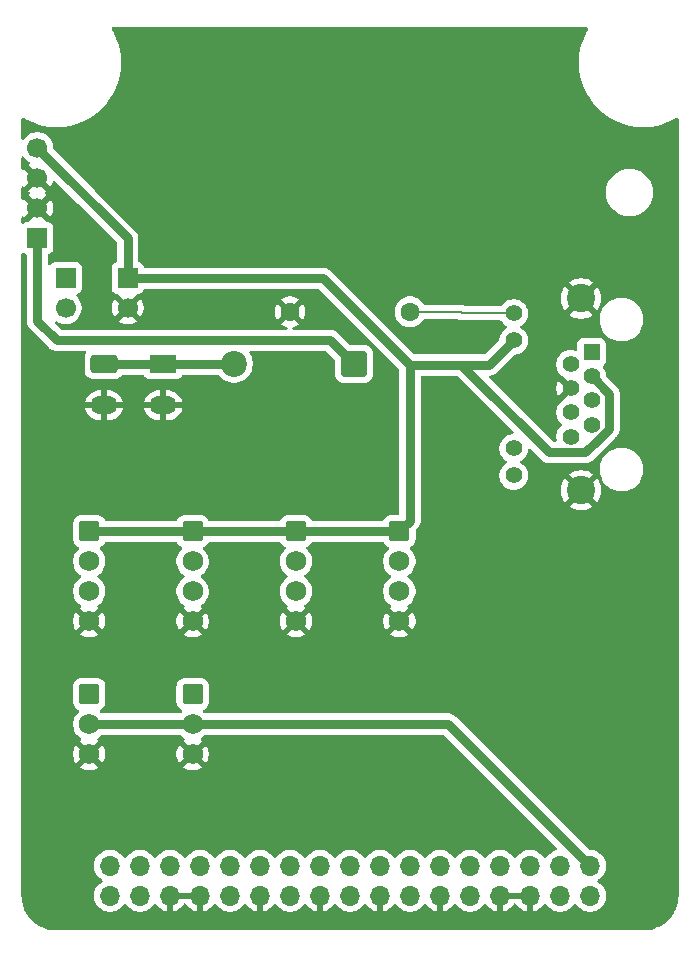
<source format=gbl>
G04 #@! TF.GenerationSoftware,KiCad,Pcbnew,9.0.2*
G04 #@! TF.CreationDate,2025-11-18T17:40:05+08:00*
G04 #@! TF.ProjectId,rio hub,72696f20-6875-4622-9e6b-696361645f70,rev?*
G04 #@! TF.SameCoordinates,Original*
G04 #@! TF.FileFunction,Copper,L2,Bot*
G04 #@! TF.FilePolarity,Positive*
%FSLAX46Y46*%
G04 Gerber Fmt 4.6, Leading zero omitted, Abs format (unit mm)*
G04 Created by KiCad (PCBNEW 9.0.2) date 2025-11-18 17:40:05*
%MOMM*%
%LPD*%
G01*
G04 APERTURE LIST*
G04 Aperture macros list*
%AMRoundRect*
0 Rectangle with rounded corners*
0 $1 Rounding radius*
0 $2 $3 $4 $5 $6 $7 $8 $9 X,Y pos of 4 corners*
0 Add a 4 corners polygon primitive as box body*
4,1,4,$2,$3,$4,$5,$6,$7,$8,$9,$2,$3,0*
0 Add four circle primitives for the rounded corners*
1,1,$1+$1,$2,$3*
1,1,$1+$1,$4,$5*
1,1,$1+$1,$6,$7*
1,1,$1+$1,$8,$9*
0 Add four rect primitives between the rounded corners*
20,1,$1+$1,$2,$3,$4,$5,0*
20,1,$1+$1,$4,$5,$6,$7,0*
20,1,$1+$1,$6,$7,$8,$9,0*
20,1,$1+$1,$8,$9,$2,$3,0*%
G04 Aperture macros list end*
G04 #@! TA.AperFunction,ComponentPad*
%ADD10R,2.300000X1.500000*%
G04 #@! TD*
G04 #@! TA.AperFunction,ComponentPad*
%ADD11RoundRect,0.250001X-0.899999X0.499999X-0.899999X-0.499999X0.899999X-0.499999X0.899999X0.499999X0*%
G04 #@! TD*
G04 #@! TA.AperFunction,ComponentPad*
%ADD12O,2.300000X1.500000*%
G04 #@! TD*
G04 #@! TA.AperFunction,ComponentPad*
%ADD13RoundRect,0.249999X0.850001X0.850001X-0.850001X0.850001X-0.850001X-0.850001X0.850001X-0.850001X0*%
G04 #@! TD*
G04 #@! TA.AperFunction,ComponentPad*
%ADD14C,2.200000*%
G04 #@! TD*
G04 #@! TA.AperFunction,ComponentPad*
%ADD15RoundRect,0.250000X-0.620000X0.620000X-0.620000X-0.620000X0.620000X-0.620000X0.620000X0.620000X0*%
G04 #@! TD*
G04 #@! TA.AperFunction,ComponentPad*
%ADD16C,1.740000*%
G04 #@! TD*
G04 #@! TA.AperFunction,ComponentPad*
%ADD17R,1.408000X1.408000*%
G04 #@! TD*
G04 #@! TA.AperFunction,ComponentPad*
%ADD18C,1.408000*%
G04 #@! TD*
G04 #@! TA.AperFunction,ComponentPad*
%ADD19C,2.400000*%
G04 #@! TD*
G04 #@! TA.AperFunction,ComponentPad*
%ADD20R,1.700000X1.700000*%
G04 #@! TD*
G04 #@! TA.AperFunction,ComponentPad*
%ADD21C,1.700000*%
G04 #@! TD*
G04 #@! TA.AperFunction,ComponentPad*
%ADD22C,1.600000*%
G04 #@! TD*
G04 #@! TA.AperFunction,ComponentPad*
%ADD23O,1.700000X1.700000*%
G04 #@! TD*
G04 #@! TA.AperFunction,Conductor*
%ADD24C,0.800000*%
G04 #@! TD*
G04 #@! TA.AperFunction,Conductor*
%ADD25C,0.200000*%
G04 #@! TD*
G04 APERTURE END LIST*
D10*
X112500000Y-129000000D03*
D11*
X107500000Y-129000000D03*
D12*
X112500000Y-132500000D03*
X107500000Y-132500000D03*
D13*
X128660000Y-129000000D03*
D14*
X118500000Y-129000000D03*
D15*
X115000000Y-156960000D03*
D16*
X115000000Y-159500000D03*
X115000000Y-162040000D03*
D15*
X106250000Y-143170000D03*
D16*
X106250000Y-145710000D03*
X106250000Y-148250000D03*
X106250000Y-150790000D03*
D17*
X148780000Y-128016000D03*
D18*
X147000000Y-129036000D03*
X148780000Y-130056000D03*
X147000000Y-131076000D03*
X148780000Y-132096000D03*
X147000000Y-133116000D03*
X148780000Y-134136000D03*
X147000000Y-135156000D03*
X142180000Y-124726000D03*
X142180000Y-127016000D03*
X142180000Y-136156000D03*
X142180000Y-138446000D03*
D19*
X147890000Y-139711000D03*
X147890000Y-123461000D03*
D20*
X104250000Y-121725000D03*
D21*
X104250000Y-124265000D03*
D20*
X101850000Y-118350000D03*
D21*
X101850000Y-115810000D03*
X101850000Y-113270000D03*
X101850000Y-110730000D03*
D15*
X132500000Y-143170000D03*
D16*
X132500000Y-145710000D03*
X132500000Y-148250000D03*
X132500000Y-150790000D03*
D15*
X123750000Y-143170000D03*
D16*
X123750000Y-145710000D03*
X123750000Y-148250000D03*
X123750000Y-150790000D03*
D22*
X133400000Y-124586000D03*
X123240000Y-124586000D03*
D20*
X109500000Y-121725000D03*
D21*
X109500000Y-124265000D03*
D15*
X106250000Y-156960000D03*
D16*
X106250000Y-159500000D03*
X106250000Y-162040000D03*
D15*
X115000000Y-143170000D03*
D16*
X115000000Y-145710000D03*
X115000000Y-148250000D03*
X115000000Y-150790000D03*
D23*
X148640000Y-171500000D03*
X148640000Y-174040000D03*
X146100000Y-171500000D03*
X146100000Y-174040000D03*
X143560000Y-171500000D03*
X143560000Y-174040000D03*
X141020000Y-171500000D03*
X141020000Y-174040000D03*
X138480000Y-171500000D03*
X138480000Y-174040000D03*
X135940000Y-171500000D03*
X135940000Y-174040000D03*
X133400000Y-171500000D03*
X133400000Y-174040000D03*
X130860000Y-171500000D03*
X130860000Y-174040000D03*
X128320000Y-171500000D03*
X128320000Y-174040000D03*
X125780000Y-171500000D03*
X125780000Y-174040000D03*
X123240000Y-171500000D03*
X123240000Y-174040000D03*
X120700000Y-171500000D03*
X120700000Y-174040000D03*
X118160000Y-171500000D03*
X118160000Y-174040000D03*
X115620000Y-171500000D03*
X115620000Y-174040000D03*
X113080000Y-171500000D03*
X113080000Y-174040000D03*
X110540000Y-171500000D03*
X110540000Y-174040000D03*
X108000000Y-171500000D03*
X108000000Y-174040000D03*
D24*
X149320549Y-135441000D02*
X150085000Y-134676549D01*
X132500000Y-143170000D02*
X123750000Y-143170000D01*
X133400000Y-129086000D02*
X126064000Y-121750000D01*
X148250000Y-136500000D02*
X149309000Y-135441000D01*
X145164000Y-136500000D02*
X148250000Y-136500000D01*
X133400000Y-142270000D02*
X132500000Y-143170000D01*
X123750000Y-143170000D02*
X115000000Y-143170000D01*
X109500000Y-118380000D02*
X101850000Y-110730000D01*
X133400000Y-129086000D02*
X133400000Y-142270000D01*
X149309000Y-135441000D02*
X149320549Y-135441000D01*
X137750000Y-129086000D02*
X145164000Y-136500000D01*
X109525000Y-121750000D02*
X109500000Y-121725000D01*
X137750000Y-129086000D02*
X140110000Y-129086000D01*
X140110000Y-129086000D02*
X142180000Y-127016000D01*
X133400000Y-129086000D02*
X137750000Y-129086000D01*
X150085000Y-134665000D02*
X150250000Y-134500000D01*
X115000000Y-143170000D02*
X106250000Y-143170000D01*
X150250000Y-134500000D02*
X150250000Y-131526000D01*
X126064000Y-121750000D02*
X109525000Y-121750000D01*
X109500000Y-121725000D02*
X109500000Y-118380000D01*
X150085000Y-134676549D02*
X150085000Y-134665000D01*
X150250000Y-131526000D02*
X148780000Y-130056000D01*
D25*
X137820000Y-124726000D02*
X137680000Y-124586000D01*
X142180000Y-124726000D02*
X137820000Y-124726000D01*
X137680000Y-124586000D02*
X133400000Y-124586000D01*
D24*
X107500000Y-129000000D02*
X112500000Y-129000000D01*
X112500000Y-129000000D02*
X118500000Y-129000000D01*
X115000000Y-159500000D02*
X106250000Y-159500000D01*
X148640000Y-171500000D02*
X136640000Y-159500000D01*
X136640000Y-159500000D02*
X115000000Y-159500000D01*
X128660000Y-129000000D02*
X126660000Y-127000000D01*
X101850000Y-125350000D02*
X101850000Y-118350000D01*
X103500000Y-127000000D02*
X101850000Y-125350000D01*
X126660000Y-127000000D02*
X103500000Y-127000000D01*
G04 #@! TA.AperFunction,Conductor*
G36*
X115154075Y-173847007D02*
G01*
X115120000Y-173974174D01*
X115120000Y-174105826D01*
X115154075Y-174232993D01*
X115186988Y-174290000D01*
X113513012Y-174290000D01*
X113545925Y-174232993D01*
X113580000Y-174105826D01*
X113580000Y-173974174D01*
X113545925Y-173847007D01*
X113513012Y-173790000D01*
X115186988Y-173790000D01*
X115154075Y-173847007D01*
G37*
G04 #@! TD.AperFunction*
G04 #@! TA.AperFunction,Conductor*
G36*
X143094075Y-173847007D02*
G01*
X143060000Y-173974174D01*
X143060000Y-174105826D01*
X143094075Y-174232993D01*
X143126988Y-174290000D01*
X141453012Y-174290000D01*
X141485925Y-174232993D01*
X141520000Y-174105826D01*
X141520000Y-173974174D01*
X141485925Y-173847007D01*
X141453012Y-173790000D01*
X143126988Y-173790000D01*
X143094075Y-173847007D01*
G37*
G04 #@! TD.AperFunction*
G04 #@! TA.AperFunction,Conductor*
G36*
X148450705Y-100520185D02*
G01*
X148496460Y-100572989D01*
X148506404Y-100642147D01*
X148489393Y-100689290D01*
X148392318Y-100847700D01*
X148392312Y-100847711D01*
X148198505Y-101228078D01*
X148035148Y-101622457D01*
X148035144Y-101622469D01*
X147903228Y-102028462D01*
X147903226Y-102028468D01*
X147903225Y-102028473D01*
X147803572Y-102443559D01*
X147736795Y-102865175D01*
X147736794Y-102865185D01*
X147703300Y-103290757D01*
X147703300Y-103717643D01*
X147736794Y-104143215D01*
X147803573Y-104564846D01*
X147903228Y-104979938D01*
X148035144Y-105385930D01*
X148035148Y-105385942D01*
X148148895Y-105660552D01*
X148198506Y-105780324D01*
X148392309Y-106160683D01*
X148392312Y-106160688D01*
X148392318Y-106160699D01*
X148615350Y-106524654D01*
X148615355Y-106524661D01*
X148615357Y-106524664D01*
X148866275Y-106870023D01*
X149143515Y-107194630D01*
X149445370Y-107496485D01*
X149769977Y-107773725D01*
X150115336Y-108024643D01*
X150115340Y-108024645D01*
X150115345Y-108024649D01*
X150479300Y-108247681D01*
X150479306Y-108247684D01*
X150479317Y-108247691D01*
X150859676Y-108441494D01*
X151254069Y-108604856D01*
X151660062Y-108736772D01*
X152075154Y-108836427D01*
X152496785Y-108903206D01*
X152922357Y-108936700D01*
X152922363Y-108936700D01*
X153349237Y-108936700D01*
X153349243Y-108936700D01*
X153774815Y-108903206D01*
X154196446Y-108836427D01*
X154611538Y-108736772D01*
X155017531Y-108604856D01*
X155411924Y-108441494D01*
X155792283Y-108247691D01*
X155950711Y-108150605D01*
X156018155Y-108132361D01*
X156084758Y-108153477D01*
X156129371Y-108207248D01*
X156139500Y-108256333D01*
X156139500Y-173966753D01*
X156139330Y-173973243D01*
X156123407Y-174277046D01*
X156122050Y-174289953D01*
X156074971Y-174587205D01*
X156072273Y-174599902D01*
X155994374Y-174890623D01*
X155990363Y-174902966D01*
X155882510Y-175183935D01*
X155877231Y-175195793D01*
X155740591Y-175463963D01*
X155734101Y-175475203D01*
X155570187Y-175727608D01*
X155562558Y-175738109D01*
X155373149Y-175972010D01*
X155364464Y-175981655D01*
X155151655Y-176194464D01*
X155142010Y-176203149D01*
X154908109Y-176392558D01*
X154897608Y-176400187D01*
X154645203Y-176564101D01*
X154633963Y-176570591D01*
X154365793Y-176707231D01*
X154353935Y-176712510D01*
X154072966Y-176820363D01*
X154060623Y-176824374D01*
X153769902Y-176902273D01*
X153757205Y-176904971D01*
X153459953Y-176952050D01*
X153447046Y-176953407D01*
X153143244Y-176969330D01*
X153136754Y-176969500D01*
X103503246Y-176969500D01*
X103496756Y-176969330D01*
X103192953Y-176953407D01*
X103180046Y-176952050D01*
X102882794Y-176904971D01*
X102870097Y-176902273D01*
X102579376Y-176824374D01*
X102567033Y-176820363D01*
X102286064Y-176712510D01*
X102274206Y-176707231D01*
X102006036Y-176570591D01*
X101994796Y-176564101D01*
X101742391Y-176400187D01*
X101731890Y-176392558D01*
X101497989Y-176203149D01*
X101488344Y-176194464D01*
X101275535Y-175981655D01*
X101266850Y-175972010D01*
X101077441Y-175738109D01*
X101069812Y-175727608D01*
X100905896Y-175475199D01*
X100899408Y-175463963D01*
X100850120Y-175367231D01*
X100762767Y-175195790D01*
X100757489Y-175183935D01*
X100713647Y-175069723D01*
X100649635Y-174902965D01*
X100645625Y-174890623D01*
X100607290Y-174747555D01*
X100567724Y-174599896D01*
X100565028Y-174587205D01*
X100517949Y-174289953D01*
X100516592Y-174277046D01*
X100500670Y-173973243D01*
X100500500Y-173966753D01*
X100500500Y-156289983D01*
X104879500Y-156289983D01*
X104879500Y-157630001D01*
X104879501Y-157630018D01*
X104890000Y-157732796D01*
X104890001Y-157732799D01*
X104945185Y-157899331D01*
X104945186Y-157899334D01*
X105037288Y-158048656D01*
X105161344Y-158172712D01*
X105310666Y-158264814D01*
X105310668Y-158264814D01*
X105310669Y-158264815D01*
X105311348Y-158265132D01*
X105311735Y-158265473D01*
X105316813Y-158268605D01*
X105316277Y-158269472D01*
X105363787Y-158311304D01*
X105382939Y-158378498D01*
X105362723Y-158445379D01*
X105346625Y-158465195D01*
X105204640Y-158607180D01*
X105077843Y-158781700D01*
X104979909Y-158973908D01*
X104913245Y-159179077D01*
X104879500Y-159392133D01*
X104879500Y-159607866D01*
X104913245Y-159820922D01*
X104913246Y-159820926D01*
X104979908Y-160026089D01*
X105077843Y-160218299D01*
X105204641Y-160392821D01*
X105357179Y-160545359D01*
X105357182Y-160545361D01*
X105528720Y-160669991D01*
X105571386Y-160725321D01*
X105577365Y-160794934D01*
X105544759Y-160856729D01*
X105528720Y-160870627D01*
X105473964Y-160910409D01*
X105473964Y-160910410D01*
X106083848Y-161520294D01*
X106039638Y-161532141D01*
X105915362Y-161603891D01*
X105813891Y-161705362D01*
X105742141Y-161829638D01*
X105730294Y-161873848D01*
X105120410Y-161263964D01*
X105078269Y-161321967D01*
X104980372Y-161514098D01*
X104913734Y-161719190D01*
X104880000Y-161932179D01*
X104880000Y-162147820D01*
X104913734Y-162360809D01*
X104980372Y-162565901D01*
X105078271Y-162758036D01*
X105120410Y-162816034D01*
X105120411Y-162816035D01*
X105730294Y-162206151D01*
X105742141Y-162250362D01*
X105813891Y-162374638D01*
X105915362Y-162476109D01*
X106039638Y-162547859D01*
X106083848Y-162559705D01*
X105473963Y-163169588D01*
X105473964Y-163169589D01*
X105531958Y-163211724D01*
X105531971Y-163211732D01*
X105724098Y-163309627D01*
X105929190Y-163376265D01*
X106142180Y-163410000D01*
X106357820Y-163410000D01*
X106570809Y-163376265D01*
X106775901Y-163309627D01*
X106968036Y-163211728D01*
X107026034Y-163169589D01*
X107026034Y-163169588D01*
X106416151Y-162559705D01*
X106460362Y-162547859D01*
X106584638Y-162476109D01*
X106686109Y-162374638D01*
X106757859Y-162250362D01*
X106769705Y-162206151D01*
X107379588Y-162816034D01*
X107379589Y-162816034D01*
X107421728Y-162758036D01*
X107519627Y-162565901D01*
X107586265Y-162360809D01*
X107620000Y-162147820D01*
X107620000Y-161932179D01*
X107586265Y-161719190D01*
X107519627Y-161514098D01*
X107421732Y-161321971D01*
X107421724Y-161321958D01*
X107379589Y-161263964D01*
X107379588Y-161263963D01*
X106769705Y-161873847D01*
X106757859Y-161829638D01*
X106686109Y-161705362D01*
X106584638Y-161603891D01*
X106460362Y-161532141D01*
X106416151Y-161520294D01*
X107026035Y-160910411D01*
X107026034Y-160910410D01*
X106971279Y-160870627D01*
X106928614Y-160815296D01*
X106922635Y-160745683D01*
X106955241Y-160683888D01*
X106971280Y-160669991D01*
X107142821Y-160545359D01*
X107251361Y-160436819D01*
X107312684Y-160403334D01*
X107339042Y-160400500D01*
X113910958Y-160400500D01*
X113977997Y-160420185D01*
X113998639Y-160436819D01*
X114107179Y-160545359D01*
X114107182Y-160545361D01*
X114278720Y-160669991D01*
X114321386Y-160725321D01*
X114327365Y-160794934D01*
X114294759Y-160856729D01*
X114278720Y-160870627D01*
X114223964Y-160910409D01*
X114223964Y-160910410D01*
X114833848Y-161520294D01*
X114789638Y-161532141D01*
X114665362Y-161603891D01*
X114563891Y-161705362D01*
X114492141Y-161829638D01*
X114480294Y-161873848D01*
X113870410Y-161263964D01*
X113828269Y-161321967D01*
X113730372Y-161514098D01*
X113663734Y-161719190D01*
X113630000Y-161932179D01*
X113630000Y-162147820D01*
X113663734Y-162360809D01*
X113730372Y-162565901D01*
X113828271Y-162758036D01*
X113870410Y-162816034D01*
X113870411Y-162816035D01*
X114480294Y-162206151D01*
X114492141Y-162250362D01*
X114563891Y-162374638D01*
X114665362Y-162476109D01*
X114789638Y-162547859D01*
X114833848Y-162559705D01*
X114223963Y-163169588D01*
X114223964Y-163169589D01*
X114281958Y-163211724D01*
X114281971Y-163211732D01*
X114474098Y-163309627D01*
X114679190Y-163376265D01*
X114892180Y-163410000D01*
X115107820Y-163410000D01*
X115320809Y-163376265D01*
X115525901Y-163309627D01*
X115718036Y-163211728D01*
X115776034Y-163169589D01*
X115776034Y-163169588D01*
X115166151Y-162559705D01*
X115210362Y-162547859D01*
X115334638Y-162476109D01*
X115436109Y-162374638D01*
X115507859Y-162250362D01*
X115519705Y-162206151D01*
X116129588Y-162816034D01*
X116129589Y-162816034D01*
X116171728Y-162758036D01*
X116269627Y-162565901D01*
X116336265Y-162360809D01*
X116370000Y-162147820D01*
X116370000Y-161932179D01*
X116336265Y-161719190D01*
X116269627Y-161514098D01*
X116171732Y-161321971D01*
X116171724Y-161321958D01*
X116129589Y-161263964D01*
X116129588Y-161263963D01*
X115519705Y-161873847D01*
X115507859Y-161829638D01*
X115436109Y-161705362D01*
X115334638Y-161603891D01*
X115210362Y-161532141D01*
X115166151Y-161520294D01*
X115776035Y-160910411D01*
X115776034Y-160910410D01*
X115721279Y-160870627D01*
X115678614Y-160815296D01*
X115672635Y-160745683D01*
X115705241Y-160683888D01*
X115721280Y-160669991D01*
X115892821Y-160545359D01*
X116001361Y-160436819D01*
X116062684Y-160403334D01*
X116089042Y-160400500D01*
X136215638Y-160400500D01*
X136282677Y-160420185D01*
X136303319Y-160436819D01*
X145841288Y-169974787D01*
X145874773Y-170036110D01*
X145869789Y-170105802D01*
X145827917Y-170161735D01*
X145788125Y-170180434D01*
X145788390Y-170181249D01*
X145783759Y-170182753D01*
X145783757Y-170182754D01*
X145581588Y-170248443D01*
X145581585Y-170248444D01*
X145392179Y-170344951D01*
X145220213Y-170469890D01*
X145069890Y-170620213D01*
X144944949Y-170792182D01*
X144940484Y-170800946D01*
X144892509Y-170851742D01*
X144824688Y-170868536D01*
X144758553Y-170845998D01*
X144719516Y-170800946D01*
X144715050Y-170792182D01*
X144590109Y-170620213D01*
X144439786Y-170469890D01*
X144267820Y-170344951D01*
X144078414Y-170248444D01*
X144078413Y-170248443D01*
X144078412Y-170248443D01*
X143876243Y-170182754D01*
X143876241Y-170182753D01*
X143876240Y-170182753D01*
X143714957Y-170157208D01*
X143666287Y-170149500D01*
X143453713Y-170149500D01*
X143405042Y-170157208D01*
X143243760Y-170182753D01*
X143041585Y-170248444D01*
X142852179Y-170344951D01*
X142680213Y-170469890D01*
X142529890Y-170620213D01*
X142404949Y-170792182D01*
X142400484Y-170800946D01*
X142352509Y-170851742D01*
X142284688Y-170868536D01*
X142218553Y-170845998D01*
X142179516Y-170800946D01*
X142175050Y-170792182D01*
X142050109Y-170620213D01*
X141899786Y-170469890D01*
X141727820Y-170344951D01*
X141538414Y-170248444D01*
X141538413Y-170248443D01*
X141538412Y-170248443D01*
X141336243Y-170182754D01*
X141336241Y-170182753D01*
X141336240Y-170182753D01*
X141174957Y-170157208D01*
X141126287Y-170149500D01*
X140913713Y-170149500D01*
X140865042Y-170157208D01*
X140703760Y-170182753D01*
X140501585Y-170248444D01*
X140312179Y-170344951D01*
X140140213Y-170469890D01*
X139989890Y-170620213D01*
X139864949Y-170792182D01*
X139860484Y-170800946D01*
X139812509Y-170851742D01*
X139744688Y-170868536D01*
X139678553Y-170845998D01*
X139639516Y-170800946D01*
X139635050Y-170792182D01*
X139510109Y-170620213D01*
X139359786Y-170469890D01*
X139187820Y-170344951D01*
X138998414Y-170248444D01*
X138998413Y-170248443D01*
X138998412Y-170248443D01*
X138796243Y-170182754D01*
X138796241Y-170182753D01*
X138796240Y-170182753D01*
X138634957Y-170157208D01*
X138586287Y-170149500D01*
X138373713Y-170149500D01*
X138325042Y-170157208D01*
X138163760Y-170182753D01*
X137961585Y-170248444D01*
X137772179Y-170344951D01*
X137600213Y-170469890D01*
X137449890Y-170620213D01*
X137324949Y-170792182D01*
X137320484Y-170800946D01*
X137272509Y-170851742D01*
X137204688Y-170868536D01*
X137138553Y-170845998D01*
X137099516Y-170800946D01*
X137095050Y-170792182D01*
X136970109Y-170620213D01*
X136819786Y-170469890D01*
X136647820Y-170344951D01*
X136458414Y-170248444D01*
X136458413Y-170248443D01*
X136458412Y-170248443D01*
X136256243Y-170182754D01*
X136256241Y-170182753D01*
X136256240Y-170182753D01*
X136094957Y-170157208D01*
X136046287Y-170149500D01*
X135833713Y-170149500D01*
X135785042Y-170157208D01*
X135623760Y-170182753D01*
X135421585Y-170248444D01*
X135232179Y-170344951D01*
X135060213Y-170469890D01*
X134909890Y-170620213D01*
X134784949Y-170792182D01*
X134780484Y-170800946D01*
X134732509Y-170851742D01*
X134664688Y-170868536D01*
X134598553Y-170845998D01*
X134559516Y-170800946D01*
X134555050Y-170792182D01*
X134430109Y-170620213D01*
X134279786Y-170469890D01*
X134107820Y-170344951D01*
X133918414Y-170248444D01*
X133918413Y-170248443D01*
X133918412Y-170248443D01*
X133716243Y-170182754D01*
X133716241Y-170182753D01*
X133716240Y-170182753D01*
X133554957Y-170157208D01*
X133506287Y-170149500D01*
X133293713Y-170149500D01*
X133245042Y-170157208D01*
X133083760Y-170182753D01*
X132881585Y-170248444D01*
X132692179Y-170344951D01*
X132520213Y-170469890D01*
X132369890Y-170620213D01*
X132244949Y-170792182D01*
X132240484Y-170800946D01*
X132192509Y-170851742D01*
X132124688Y-170868536D01*
X132058553Y-170845998D01*
X132019516Y-170800946D01*
X132015050Y-170792182D01*
X131890109Y-170620213D01*
X131739786Y-170469890D01*
X131567820Y-170344951D01*
X131378414Y-170248444D01*
X131378413Y-170248443D01*
X131378412Y-170248443D01*
X131176243Y-170182754D01*
X131176241Y-170182753D01*
X131176240Y-170182753D01*
X131014957Y-170157208D01*
X130966287Y-170149500D01*
X130753713Y-170149500D01*
X130705042Y-170157208D01*
X130543760Y-170182753D01*
X130341585Y-170248444D01*
X130152179Y-170344951D01*
X129980213Y-170469890D01*
X129829890Y-170620213D01*
X129704949Y-170792182D01*
X129700484Y-170800946D01*
X129652509Y-170851742D01*
X129584688Y-170868536D01*
X129518553Y-170845998D01*
X129479516Y-170800946D01*
X129475050Y-170792182D01*
X129350109Y-170620213D01*
X129199786Y-170469890D01*
X129027820Y-170344951D01*
X128838414Y-170248444D01*
X128838413Y-170248443D01*
X128838412Y-170248443D01*
X128636243Y-170182754D01*
X128636241Y-170182753D01*
X128636240Y-170182753D01*
X128474957Y-170157208D01*
X128426287Y-170149500D01*
X128213713Y-170149500D01*
X128165042Y-170157208D01*
X128003760Y-170182753D01*
X127801585Y-170248444D01*
X127612179Y-170344951D01*
X127440213Y-170469890D01*
X127289890Y-170620213D01*
X127164949Y-170792182D01*
X127160484Y-170800946D01*
X127112509Y-170851742D01*
X127044688Y-170868536D01*
X126978553Y-170845998D01*
X126939516Y-170800946D01*
X126935050Y-170792182D01*
X126810109Y-170620213D01*
X126659786Y-170469890D01*
X126487820Y-170344951D01*
X126298414Y-170248444D01*
X126298413Y-170248443D01*
X126298412Y-170248443D01*
X126096243Y-170182754D01*
X126096241Y-170182753D01*
X126096240Y-170182753D01*
X125934957Y-170157208D01*
X125886287Y-170149500D01*
X125673713Y-170149500D01*
X125625042Y-170157208D01*
X125463760Y-170182753D01*
X125261585Y-170248444D01*
X125072179Y-170344951D01*
X124900213Y-170469890D01*
X124749890Y-170620213D01*
X124624949Y-170792182D01*
X124620484Y-170800946D01*
X124572509Y-170851742D01*
X124504688Y-170868536D01*
X124438553Y-170845998D01*
X124399516Y-170800946D01*
X124395050Y-170792182D01*
X124270109Y-170620213D01*
X124119786Y-170469890D01*
X123947820Y-170344951D01*
X123758414Y-170248444D01*
X123758413Y-170248443D01*
X123758412Y-170248443D01*
X123556243Y-170182754D01*
X123556241Y-170182753D01*
X123556240Y-170182753D01*
X123394957Y-170157208D01*
X123346287Y-170149500D01*
X123133713Y-170149500D01*
X123085042Y-170157208D01*
X122923760Y-170182753D01*
X122721585Y-170248444D01*
X122532179Y-170344951D01*
X122360213Y-170469890D01*
X122209890Y-170620213D01*
X122084949Y-170792182D01*
X122080484Y-170800946D01*
X122032509Y-170851742D01*
X121964688Y-170868536D01*
X121898553Y-170845998D01*
X121859516Y-170800946D01*
X121855050Y-170792182D01*
X121730109Y-170620213D01*
X121579786Y-170469890D01*
X121407820Y-170344951D01*
X121218414Y-170248444D01*
X121218413Y-170248443D01*
X121218412Y-170248443D01*
X121016243Y-170182754D01*
X121016241Y-170182753D01*
X121016240Y-170182753D01*
X120854957Y-170157208D01*
X120806287Y-170149500D01*
X120593713Y-170149500D01*
X120545042Y-170157208D01*
X120383760Y-170182753D01*
X120181585Y-170248444D01*
X119992179Y-170344951D01*
X119820213Y-170469890D01*
X119669890Y-170620213D01*
X119544949Y-170792182D01*
X119540484Y-170800946D01*
X119492509Y-170851742D01*
X119424688Y-170868536D01*
X119358553Y-170845998D01*
X119319516Y-170800946D01*
X119315050Y-170792182D01*
X119190109Y-170620213D01*
X119039786Y-170469890D01*
X118867820Y-170344951D01*
X118678414Y-170248444D01*
X118678413Y-170248443D01*
X118678412Y-170248443D01*
X118476243Y-170182754D01*
X118476241Y-170182753D01*
X118476240Y-170182753D01*
X118314957Y-170157208D01*
X118266287Y-170149500D01*
X118053713Y-170149500D01*
X118005042Y-170157208D01*
X117843760Y-170182753D01*
X117641585Y-170248444D01*
X117452179Y-170344951D01*
X117280213Y-170469890D01*
X117129890Y-170620213D01*
X117004949Y-170792182D01*
X117000484Y-170800946D01*
X116952509Y-170851742D01*
X116884688Y-170868536D01*
X116818553Y-170845998D01*
X116779516Y-170800946D01*
X116775050Y-170792182D01*
X116650109Y-170620213D01*
X116499786Y-170469890D01*
X116327820Y-170344951D01*
X116138414Y-170248444D01*
X116138413Y-170248443D01*
X116138412Y-170248443D01*
X115936243Y-170182754D01*
X115936241Y-170182753D01*
X115936240Y-170182753D01*
X115774957Y-170157208D01*
X115726287Y-170149500D01*
X115513713Y-170149500D01*
X115465042Y-170157208D01*
X115303760Y-170182753D01*
X115101585Y-170248444D01*
X114912179Y-170344951D01*
X114740213Y-170469890D01*
X114589890Y-170620213D01*
X114464949Y-170792182D01*
X114460484Y-170800946D01*
X114412509Y-170851742D01*
X114344688Y-170868536D01*
X114278553Y-170845998D01*
X114239516Y-170800946D01*
X114235050Y-170792182D01*
X114110109Y-170620213D01*
X113959786Y-170469890D01*
X113787820Y-170344951D01*
X113598414Y-170248444D01*
X113598413Y-170248443D01*
X113598412Y-170248443D01*
X113396243Y-170182754D01*
X113396241Y-170182753D01*
X113396240Y-170182753D01*
X113234957Y-170157208D01*
X113186287Y-170149500D01*
X112973713Y-170149500D01*
X112925042Y-170157208D01*
X112763760Y-170182753D01*
X112561585Y-170248444D01*
X112372179Y-170344951D01*
X112200213Y-170469890D01*
X112049890Y-170620213D01*
X111924949Y-170792182D01*
X111920484Y-170800946D01*
X111872509Y-170851742D01*
X111804688Y-170868536D01*
X111738553Y-170845998D01*
X111699516Y-170800946D01*
X111695050Y-170792182D01*
X111570109Y-170620213D01*
X111419786Y-170469890D01*
X111247820Y-170344951D01*
X111058414Y-170248444D01*
X111058413Y-170248443D01*
X111058412Y-170248443D01*
X110856243Y-170182754D01*
X110856241Y-170182753D01*
X110856240Y-170182753D01*
X110694957Y-170157208D01*
X110646287Y-170149500D01*
X110433713Y-170149500D01*
X110385042Y-170157208D01*
X110223760Y-170182753D01*
X110021585Y-170248444D01*
X109832179Y-170344951D01*
X109660213Y-170469890D01*
X109509890Y-170620213D01*
X109384949Y-170792182D01*
X109380484Y-170800946D01*
X109332509Y-170851742D01*
X109264688Y-170868536D01*
X109198553Y-170845998D01*
X109159516Y-170800946D01*
X109155050Y-170792182D01*
X109030109Y-170620213D01*
X108879786Y-170469890D01*
X108707820Y-170344951D01*
X108518414Y-170248444D01*
X108518413Y-170248443D01*
X108518412Y-170248443D01*
X108316243Y-170182754D01*
X108316241Y-170182753D01*
X108316240Y-170182753D01*
X108154957Y-170157208D01*
X108106287Y-170149500D01*
X107893713Y-170149500D01*
X107845042Y-170157208D01*
X107683760Y-170182753D01*
X107481585Y-170248444D01*
X107292179Y-170344951D01*
X107120213Y-170469890D01*
X106969890Y-170620213D01*
X106844951Y-170792179D01*
X106748444Y-170981585D01*
X106682753Y-171183760D01*
X106649500Y-171393713D01*
X106649500Y-171606286D01*
X106682753Y-171816239D01*
X106748444Y-172018414D01*
X106844951Y-172207820D01*
X106969890Y-172379786D01*
X107120213Y-172530109D01*
X107292182Y-172655050D01*
X107300946Y-172659516D01*
X107351742Y-172707491D01*
X107368536Y-172775312D01*
X107345998Y-172841447D01*
X107300946Y-172880484D01*
X107292182Y-172884949D01*
X107120213Y-173009890D01*
X106969890Y-173160213D01*
X106844951Y-173332179D01*
X106748444Y-173521585D01*
X106682753Y-173723760D01*
X106681291Y-173732993D01*
X106649500Y-173933713D01*
X106649500Y-174146287D01*
X106659534Y-174209644D01*
X106672254Y-174289953D01*
X106682754Y-174356243D01*
X106737029Y-174523285D01*
X106748444Y-174558414D01*
X106844951Y-174747820D01*
X106969890Y-174919786D01*
X107120213Y-175070109D01*
X107292179Y-175195048D01*
X107292181Y-175195049D01*
X107292184Y-175195051D01*
X107481588Y-175291557D01*
X107683757Y-175357246D01*
X107893713Y-175390500D01*
X107893714Y-175390500D01*
X108106286Y-175390500D01*
X108106287Y-175390500D01*
X108316243Y-175357246D01*
X108518412Y-175291557D01*
X108707816Y-175195051D01*
X108729789Y-175179086D01*
X108879786Y-175070109D01*
X108879788Y-175070106D01*
X108879792Y-175070104D01*
X109030104Y-174919792D01*
X109030106Y-174919788D01*
X109030109Y-174919786D01*
X109155048Y-174747820D01*
X109155047Y-174747820D01*
X109155051Y-174747816D01*
X109159514Y-174739054D01*
X109207488Y-174688259D01*
X109275308Y-174671463D01*
X109341444Y-174693999D01*
X109380486Y-174739056D01*
X109384951Y-174747820D01*
X109509890Y-174919786D01*
X109660213Y-175070109D01*
X109832179Y-175195048D01*
X109832181Y-175195049D01*
X109832184Y-175195051D01*
X110021588Y-175291557D01*
X110223757Y-175357246D01*
X110433713Y-175390500D01*
X110433714Y-175390500D01*
X110646286Y-175390500D01*
X110646287Y-175390500D01*
X110856243Y-175357246D01*
X111058412Y-175291557D01*
X111247816Y-175195051D01*
X111269789Y-175179086D01*
X111419786Y-175070109D01*
X111419788Y-175070106D01*
X111419792Y-175070104D01*
X111570104Y-174919792D01*
X111570106Y-174919788D01*
X111570109Y-174919786D01*
X111695048Y-174747820D01*
X111695051Y-174747816D01*
X111699793Y-174738508D01*
X111747763Y-174687711D01*
X111815583Y-174670911D01*
X111881719Y-174693445D01*
X111920763Y-174738500D01*
X111925377Y-174747555D01*
X112050272Y-174919459D01*
X112050276Y-174919464D01*
X112200535Y-175069723D01*
X112200540Y-175069727D01*
X112372442Y-175194620D01*
X112561782Y-175291095D01*
X112763871Y-175356757D01*
X112830000Y-175367231D01*
X112830000Y-174473012D01*
X112887007Y-174505925D01*
X113014174Y-174540000D01*
X113145826Y-174540000D01*
X113272993Y-174505925D01*
X113330000Y-174473012D01*
X113330000Y-175367230D01*
X113396126Y-175356757D01*
X113396129Y-175356757D01*
X113598217Y-175291095D01*
X113787557Y-175194620D01*
X113959459Y-175069727D01*
X113959464Y-175069723D01*
X114109723Y-174919464D01*
X114109727Y-174919459D01*
X114234620Y-174747558D01*
X114239514Y-174737954D01*
X114287488Y-174687157D01*
X114355308Y-174670361D01*
X114421444Y-174692897D01*
X114460486Y-174737954D01*
X114465379Y-174747558D01*
X114590272Y-174919459D01*
X114590276Y-174919464D01*
X114740535Y-175069723D01*
X114740540Y-175069727D01*
X114912442Y-175194620D01*
X115101782Y-175291095D01*
X115303871Y-175356757D01*
X115370000Y-175367231D01*
X115370000Y-174473012D01*
X115427007Y-174505925D01*
X115554174Y-174540000D01*
X115685826Y-174540000D01*
X115812993Y-174505925D01*
X115870000Y-174473012D01*
X115870000Y-175367231D01*
X115936126Y-175356757D01*
X115936129Y-175356757D01*
X116138217Y-175291095D01*
X116327557Y-175194620D01*
X116499459Y-175069727D01*
X116499464Y-175069723D01*
X116649723Y-174919464D01*
X116649727Y-174919459D01*
X116774620Y-174747558D01*
X116779232Y-174738507D01*
X116827205Y-174687709D01*
X116895025Y-174670912D01*
X116961161Y-174693447D01*
X117000204Y-174738504D01*
X117004949Y-174747817D01*
X117129890Y-174919786D01*
X117280213Y-175070109D01*
X117452179Y-175195048D01*
X117452181Y-175195049D01*
X117452184Y-175195051D01*
X117641588Y-175291557D01*
X117843757Y-175357246D01*
X118053713Y-175390500D01*
X118053714Y-175390500D01*
X118266286Y-175390500D01*
X118266287Y-175390500D01*
X118476243Y-175357246D01*
X118678412Y-175291557D01*
X118867816Y-175195051D01*
X118889789Y-175179086D01*
X119039786Y-175070109D01*
X119039788Y-175070106D01*
X119039792Y-175070104D01*
X119190104Y-174919792D01*
X119190106Y-174919788D01*
X119190109Y-174919786D01*
X119315048Y-174747820D01*
X119315051Y-174747816D01*
X119319793Y-174738508D01*
X119367763Y-174687711D01*
X119435583Y-174670911D01*
X119501719Y-174693445D01*
X119540763Y-174738500D01*
X119545377Y-174747555D01*
X119670272Y-174919459D01*
X119670276Y-174919464D01*
X119820535Y-175069723D01*
X119820540Y-175069727D01*
X119992442Y-175194620D01*
X120181782Y-175291095D01*
X120383871Y-175356757D01*
X120450000Y-175367231D01*
X120450000Y-174473012D01*
X120507007Y-174505925D01*
X120634174Y-174540000D01*
X120765826Y-174540000D01*
X120892993Y-174505925D01*
X120950000Y-174473012D01*
X120950000Y-175367230D01*
X121016126Y-175356757D01*
X121016129Y-175356757D01*
X121218217Y-175291095D01*
X121407557Y-175194620D01*
X121579459Y-175069727D01*
X121579464Y-175069723D01*
X121729723Y-174919464D01*
X121729727Y-174919459D01*
X121854620Y-174747558D01*
X121859232Y-174738507D01*
X121907205Y-174687709D01*
X121975025Y-174670912D01*
X122041161Y-174693447D01*
X122080204Y-174738504D01*
X122084949Y-174747817D01*
X122209890Y-174919786D01*
X122360213Y-175070109D01*
X122532179Y-175195048D01*
X122532181Y-175195049D01*
X122532184Y-175195051D01*
X122721588Y-175291557D01*
X122923757Y-175357246D01*
X123133713Y-175390500D01*
X123133714Y-175390500D01*
X123346286Y-175390500D01*
X123346287Y-175390500D01*
X123556243Y-175357246D01*
X123758412Y-175291557D01*
X123947816Y-175195051D01*
X123969789Y-175179086D01*
X124119786Y-175070109D01*
X124119788Y-175070106D01*
X124119792Y-175070104D01*
X124270104Y-174919792D01*
X124270106Y-174919788D01*
X124270109Y-174919786D01*
X124395048Y-174747820D01*
X124395051Y-174747816D01*
X124399793Y-174738508D01*
X124447763Y-174687711D01*
X124515583Y-174670911D01*
X124581719Y-174693445D01*
X124620763Y-174738500D01*
X124625377Y-174747555D01*
X124750272Y-174919459D01*
X124750276Y-174919464D01*
X124900535Y-175069723D01*
X124900540Y-175069727D01*
X125072442Y-175194620D01*
X125261782Y-175291095D01*
X125463871Y-175356757D01*
X125530000Y-175367231D01*
X125530000Y-174473012D01*
X125587007Y-174505925D01*
X125714174Y-174540000D01*
X125845826Y-174540000D01*
X125972993Y-174505925D01*
X126030000Y-174473012D01*
X126030000Y-175367231D01*
X126096126Y-175356757D01*
X126096129Y-175356757D01*
X126298217Y-175291095D01*
X126487557Y-175194620D01*
X126659459Y-175069727D01*
X126659464Y-175069723D01*
X126809723Y-174919464D01*
X126809727Y-174919459D01*
X126934620Y-174747558D01*
X126939232Y-174738507D01*
X126987205Y-174687709D01*
X127055025Y-174670912D01*
X127121161Y-174693447D01*
X127160204Y-174738504D01*
X127164949Y-174747817D01*
X127289890Y-174919786D01*
X127440213Y-175070109D01*
X127612179Y-175195048D01*
X127612181Y-175195049D01*
X127612184Y-175195051D01*
X127801588Y-175291557D01*
X128003757Y-175357246D01*
X128213713Y-175390500D01*
X128213714Y-175390500D01*
X128426286Y-175390500D01*
X128426287Y-175390500D01*
X128636243Y-175357246D01*
X128838412Y-175291557D01*
X129027816Y-175195051D01*
X129049789Y-175179086D01*
X129199786Y-175070109D01*
X129199788Y-175070106D01*
X129199792Y-175070104D01*
X129350104Y-174919792D01*
X129350106Y-174919788D01*
X129350109Y-174919786D01*
X129475048Y-174747820D01*
X129475051Y-174747816D01*
X129479793Y-174738508D01*
X129527763Y-174687711D01*
X129595583Y-174670911D01*
X129661719Y-174693445D01*
X129700763Y-174738500D01*
X129705377Y-174747555D01*
X129830272Y-174919459D01*
X129830276Y-174919464D01*
X129980535Y-175069723D01*
X129980540Y-175069727D01*
X130152442Y-175194620D01*
X130341782Y-175291095D01*
X130543871Y-175356757D01*
X130610000Y-175367231D01*
X130610000Y-174473012D01*
X130667007Y-174505925D01*
X130794174Y-174540000D01*
X130925826Y-174540000D01*
X131052993Y-174505925D01*
X131110000Y-174473012D01*
X131110000Y-175367231D01*
X131176126Y-175356757D01*
X131176129Y-175356757D01*
X131378217Y-175291095D01*
X131567557Y-175194620D01*
X131739459Y-175069727D01*
X131739464Y-175069723D01*
X131889723Y-174919464D01*
X131889727Y-174919459D01*
X132014620Y-174747558D01*
X132019232Y-174738507D01*
X132067205Y-174687709D01*
X132135025Y-174670912D01*
X132201161Y-174693447D01*
X132240204Y-174738504D01*
X132244949Y-174747817D01*
X132369890Y-174919786D01*
X132520213Y-175070109D01*
X132692179Y-175195048D01*
X132692181Y-175195049D01*
X132692184Y-175195051D01*
X132881588Y-175291557D01*
X133083757Y-175357246D01*
X133293713Y-175390500D01*
X133293714Y-175390500D01*
X133506286Y-175390500D01*
X133506287Y-175390500D01*
X133716243Y-175357246D01*
X133918412Y-175291557D01*
X134107816Y-175195051D01*
X134129789Y-175179086D01*
X134279786Y-175070109D01*
X134279788Y-175070106D01*
X134279792Y-175070104D01*
X134430104Y-174919792D01*
X134430106Y-174919788D01*
X134430109Y-174919786D01*
X134555048Y-174747820D01*
X134555051Y-174747816D01*
X134559793Y-174738508D01*
X134607763Y-174687711D01*
X134675583Y-174670911D01*
X134741719Y-174693445D01*
X134780763Y-174738500D01*
X134785377Y-174747555D01*
X134910272Y-174919459D01*
X134910276Y-174919464D01*
X135060535Y-175069723D01*
X135060540Y-175069727D01*
X135232442Y-175194620D01*
X135421782Y-175291095D01*
X135623871Y-175356757D01*
X135690000Y-175367231D01*
X135690000Y-174473012D01*
X135747007Y-174505925D01*
X135874174Y-174540000D01*
X136005826Y-174540000D01*
X136132993Y-174505925D01*
X136190000Y-174473012D01*
X136190000Y-175367230D01*
X136256126Y-175356757D01*
X136256129Y-175356757D01*
X136458217Y-175291095D01*
X136647557Y-175194620D01*
X136819459Y-175069727D01*
X136819464Y-175069723D01*
X136969723Y-174919464D01*
X136969727Y-174919459D01*
X137094620Y-174747558D01*
X137099232Y-174738507D01*
X137147205Y-174687709D01*
X137215025Y-174670912D01*
X137281161Y-174693447D01*
X137320204Y-174738504D01*
X137324949Y-174747817D01*
X137449890Y-174919786D01*
X137600213Y-175070109D01*
X137772179Y-175195048D01*
X137772181Y-175195049D01*
X137772184Y-175195051D01*
X137961588Y-175291557D01*
X138163757Y-175357246D01*
X138373713Y-175390500D01*
X138373714Y-175390500D01*
X138586286Y-175390500D01*
X138586287Y-175390500D01*
X138796243Y-175357246D01*
X138998412Y-175291557D01*
X139187816Y-175195051D01*
X139209789Y-175179086D01*
X139359786Y-175070109D01*
X139359788Y-175070106D01*
X139359792Y-175070104D01*
X139510104Y-174919792D01*
X139510106Y-174919788D01*
X139510109Y-174919786D01*
X139635048Y-174747820D01*
X139635051Y-174747816D01*
X139639793Y-174738508D01*
X139687763Y-174687711D01*
X139755583Y-174670911D01*
X139821719Y-174693445D01*
X139860763Y-174738500D01*
X139865377Y-174747555D01*
X139990272Y-174919459D01*
X139990276Y-174919464D01*
X140140535Y-175069723D01*
X140140540Y-175069727D01*
X140312442Y-175194620D01*
X140501782Y-175291095D01*
X140703871Y-175356757D01*
X140770000Y-175367231D01*
X140770000Y-174473012D01*
X140827007Y-174505925D01*
X140954174Y-174540000D01*
X141085826Y-174540000D01*
X141212993Y-174505925D01*
X141270000Y-174473012D01*
X141270000Y-175367231D01*
X141336126Y-175356757D01*
X141336129Y-175356757D01*
X141538217Y-175291095D01*
X141727557Y-175194620D01*
X141899459Y-175069727D01*
X141899464Y-175069723D01*
X142049723Y-174919464D01*
X142049727Y-174919459D01*
X142174620Y-174747558D01*
X142179514Y-174737954D01*
X142227488Y-174687157D01*
X142295308Y-174670361D01*
X142361444Y-174692897D01*
X142400486Y-174737954D01*
X142405379Y-174747558D01*
X142530272Y-174919459D01*
X142530276Y-174919464D01*
X142680535Y-175069723D01*
X142680540Y-175069727D01*
X142852442Y-175194620D01*
X143041782Y-175291095D01*
X143243871Y-175356757D01*
X143310000Y-175367231D01*
X143310000Y-174473012D01*
X143367007Y-174505925D01*
X143494174Y-174540000D01*
X143625826Y-174540000D01*
X143752993Y-174505925D01*
X143810000Y-174473012D01*
X143810000Y-175367231D01*
X143876126Y-175356757D01*
X143876129Y-175356757D01*
X144078217Y-175291095D01*
X144267557Y-175194620D01*
X144439459Y-175069727D01*
X144439464Y-175069723D01*
X144589723Y-174919464D01*
X144589727Y-174919459D01*
X144714620Y-174747558D01*
X144719232Y-174738507D01*
X144767205Y-174687709D01*
X144835025Y-174670912D01*
X144901161Y-174693447D01*
X144940204Y-174738504D01*
X144944949Y-174747817D01*
X145069890Y-174919786D01*
X145220213Y-175070109D01*
X145392179Y-175195048D01*
X145392181Y-175195049D01*
X145392184Y-175195051D01*
X145581588Y-175291557D01*
X145783757Y-175357246D01*
X145993713Y-175390500D01*
X145993714Y-175390500D01*
X146206286Y-175390500D01*
X146206287Y-175390500D01*
X146416243Y-175357246D01*
X146618412Y-175291557D01*
X146807816Y-175195051D01*
X146829789Y-175179086D01*
X146979786Y-175070109D01*
X146979788Y-175070106D01*
X146979792Y-175070104D01*
X147130104Y-174919792D01*
X147130106Y-174919788D01*
X147130109Y-174919786D01*
X147255048Y-174747820D01*
X147255047Y-174747820D01*
X147255051Y-174747816D01*
X147259514Y-174739054D01*
X147307488Y-174688259D01*
X147375308Y-174671463D01*
X147441444Y-174693999D01*
X147480486Y-174739056D01*
X147484951Y-174747820D01*
X147609890Y-174919786D01*
X147760213Y-175070109D01*
X147932179Y-175195048D01*
X147932181Y-175195049D01*
X147932184Y-175195051D01*
X148121588Y-175291557D01*
X148323757Y-175357246D01*
X148533713Y-175390500D01*
X148533714Y-175390500D01*
X148746286Y-175390500D01*
X148746287Y-175390500D01*
X148956243Y-175357246D01*
X149158412Y-175291557D01*
X149347816Y-175195051D01*
X149369789Y-175179086D01*
X149519786Y-175070109D01*
X149519788Y-175070106D01*
X149519792Y-175070104D01*
X149670104Y-174919792D01*
X149670106Y-174919788D01*
X149670109Y-174919786D01*
X149795048Y-174747820D01*
X149795047Y-174747820D01*
X149795051Y-174747816D01*
X149891557Y-174558412D01*
X149957246Y-174356243D01*
X149990500Y-174146287D01*
X149990500Y-173933713D01*
X149957246Y-173723757D01*
X149891557Y-173521588D01*
X149795051Y-173332184D01*
X149795049Y-173332181D01*
X149795048Y-173332179D01*
X149670109Y-173160213D01*
X149519786Y-173009890D01*
X149347820Y-172884951D01*
X149339600Y-172880763D01*
X149339054Y-172880485D01*
X149288259Y-172832512D01*
X149271463Y-172764692D01*
X149293999Y-172698556D01*
X149339054Y-172659515D01*
X149347816Y-172655051D01*
X149369789Y-172639086D01*
X149519786Y-172530109D01*
X149519788Y-172530106D01*
X149519792Y-172530104D01*
X149670104Y-172379792D01*
X149670106Y-172379788D01*
X149670109Y-172379786D01*
X149795048Y-172207820D01*
X149795047Y-172207820D01*
X149795051Y-172207816D01*
X149891557Y-172018412D01*
X149957246Y-171816243D01*
X149990500Y-171606287D01*
X149990500Y-171393713D01*
X149957246Y-171183757D01*
X149891557Y-170981588D01*
X149795051Y-170792184D01*
X149795049Y-170792181D01*
X149795048Y-170792179D01*
X149670109Y-170620213D01*
X149519786Y-170469890D01*
X149347820Y-170344951D01*
X149158414Y-170248444D01*
X149158413Y-170248443D01*
X149158412Y-170248443D01*
X148956243Y-170182754D01*
X148956241Y-170182753D01*
X148956240Y-170182753D01*
X148794957Y-170157208D01*
X148746287Y-170149500D01*
X148746286Y-170149500D01*
X148614361Y-170149500D01*
X148547322Y-170129815D01*
X148526680Y-170113181D01*
X137214035Y-158800535D01*
X137214030Y-158800531D01*
X137159622Y-158764178D01*
X137159616Y-158764175D01*
X137154959Y-158761063D01*
X137066547Y-158701987D01*
X136984606Y-158668046D01*
X136902666Y-158634105D01*
X136902658Y-158634103D01*
X136728696Y-158599500D01*
X136728692Y-158599500D01*
X136728691Y-158599500D01*
X116089042Y-158599500D01*
X116059601Y-158590855D01*
X116029615Y-158584332D01*
X116024599Y-158580577D01*
X116022003Y-158579815D01*
X116001361Y-158563181D01*
X115903375Y-158465195D01*
X115869890Y-158403872D01*
X115874874Y-158334180D01*
X115916746Y-158278247D01*
X115938657Y-158265129D01*
X115939322Y-158264817D01*
X115939334Y-158264814D01*
X116088656Y-158172712D01*
X116212712Y-158048656D01*
X116304814Y-157899334D01*
X116359999Y-157732797D01*
X116370500Y-157630009D01*
X116370499Y-156289992D01*
X116359999Y-156187203D01*
X116304814Y-156020666D01*
X116212712Y-155871344D01*
X116088656Y-155747288D01*
X115939334Y-155655186D01*
X115772797Y-155600001D01*
X115772795Y-155600000D01*
X115670010Y-155589500D01*
X114329998Y-155589500D01*
X114329981Y-155589501D01*
X114227203Y-155600000D01*
X114227200Y-155600001D01*
X114060668Y-155655185D01*
X114060663Y-155655187D01*
X113911342Y-155747289D01*
X113787289Y-155871342D01*
X113695187Y-156020663D01*
X113695186Y-156020666D01*
X113640001Y-156187203D01*
X113640001Y-156187204D01*
X113640000Y-156187204D01*
X113629500Y-156289983D01*
X113629500Y-157630001D01*
X113629501Y-157630018D01*
X113640000Y-157732796D01*
X113640001Y-157732799D01*
X113695185Y-157899331D01*
X113695186Y-157899334D01*
X113787288Y-158048656D01*
X113911344Y-158172712D01*
X114060666Y-158264814D01*
X114060668Y-158264814D01*
X114060669Y-158264815D01*
X114061348Y-158265132D01*
X114061735Y-158265473D01*
X114066813Y-158268605D01*
X114066277Y-158269472D01*
X114084023Y-158285097D01*
X114108210Y-158303203D01*
X114109981Y-158307953D01*
X114113787Y-158311304D01*
X114122067Y-158340357D01*
X114132627Y-158368667D01*
X114131549Y-158373621D01*
X114132939Y-158378498D01*
X114124196Y-158407420D01*
X114117775Y-158436940D01*
X114113579Y-158442544D01*
X114112723Y-158445379D01*
X114096625Y-158465195D01*
X113998637Y-158563182D01*
X113937317Y-158596666D01*
X113910958Y-158599500D01*
X107339042Y-158599500D01*
X107272003Y-158579815D01*
X107251361Y-158563181D01*
X107153375Y-158465195D01*
X107119890Y-158403872D01*
X107124874Y-158334180D01*
X107166746Y-158278247D01*
X107188657Y-158265129D01*
X107189322Y-158264817D01*
X107189334Y-158264814D01*
X107338656Y-158172712D01*
X107462712Y-158048656D01*
X107554814Y-157899334D01*
X107609999Y-157732797D01*
X107620500Y-157630009D01*
X107620499Y-156289992D01*
X107609999Y-156187203D01*
X107554814Y-156020666D01*
X107462712Y-155871344D01*
X107338656Y-155747288D01*
X107189334Y-155655186D01*
X107022797Y-155600001D01*
X107022795Y-155600000D01*
X106920010Y-155589500D01*
X105579998Y-155589500D01*
X105579981Y-155589501D01*
X105477203Y-155600000D01*
X105477200Y-155600001D01*
X105310668Y-155655185D01*
X105310663Y-155655187D01*
X105161342Y-155747289D01*
X105037289Y-155871342D01*
X104945187Y-156020663D01*
X104945186Y-156020666D01*
X104890001Y-156187203D01*
X104890001Y-156187204D01*
X104890000Y-156187204D01*
X104879500Y-156289983D01*
X100500500Y-156289983D01*
X100500500Y-132250000D01*
X105874016Y-132250000D01*
X106951518Y-132250000D01*
X106940889Y-132268409D01*
X106900000Y-132421009D01*
X106900000Y-132578991D01*
X106940889Y-132731591D01*
X106951518Y-132750000D01*
X105874016Y-132750000D01*
X105880781Y-132792716D01*
X105941581Y-132979837D01*
X106030904Y-133155143D01*
X106146555Y-133314321D01*
X106285678Y-133453444D01*
X106444856Y-133569095D01*
X106620164Y-133658418D01*
X106807294Y-133719221D01*
X107001618Y-133750000D01*
X107250000Y-133750000D01*
X107250000Y-133048482D01*
X107268409Y-133059111D01*
X107421009Y-133100000D01*
X107578991Y-133100000D01*
X107731591Y-133059111D01*
X107750000Y-133048482D01*
X107750000Y-133750000D01*
X107998382Y-133750000D01*
X108192705Y-133719221D01*
X108379835Y-133658418D01*
X108555143Y-133569095D01*
X108714321Y-133453444D01*
X108853444Y-133314321D01*
X108969095Y-133155143D01*
X109058418Y-132979837D01*
X109119218Y-132792716D01*
X109125984Y-132750000D01*
X108048482Y-132750000D01*
X108059111Y-132731591D01*
X108100000Y-132578991D01*
X108100000Y-132421009D01*
X108059111Y-132268409D01*
X108048482Y-132250000D01*
X109125984Y-132250000D01*
X110874016Y-132250000D01*
X111951518Y-132250000D01*
X111940889Y-132268409D01*
X111900000Y-132421009D01*
X111900000Y-132578991D01*
X111940889Y-132731591D01*
X111951518Y-132750000D01*
X110874016Y-132750000D01*
X110880781Y-132792716D01*
X110941581Y-132979837D01*
X111030904Y-133155143D01*
X111146555Y-133314321D01*
X111285678Y-133453444D01*
X111444856Y-133569095D01*
X111620164Y-133658418D01*
X111807294Y-133719221D01*
X112001618Y-133750000D01*
X112250000Y-133750000D01*
X112250000Y-133048482D01*
X112268409Y-133059111D01*
X112421009Y-133100000D01*
X112578991Y-133100000D01*
X112731591Y-133059111D01*
X112750000Y-133048482D01*
X112750000Y-133750000D01*
X112998382Y-133750000D01*
X113192705Y-133719221D01*
X113379835Y-133658418D01*
X113555143Y-133569095D01*
X113714321Y-133453444D01*
X113853444Y-133314321D01*
X113969095Y-133155143D01*
X114058418Y-132979837D01*
X114119218Y-132792716D01*
X114125984Y-132750000D01*
X113048482Y-132750000D01*
X113059111Y-132731591D01*
X113100000Y-132578991D01*
X113100000Y-132421009D01*
X113059111Y-132268409D01*
X113048482Y-132250000D01*
X114125984Y-132250000D01*
X114119218Y-132207283D01*
X114058418Y-132020162D01*
X113969095Y-131844856D01*
X113853444Y-131685678D01*
X113714321Y-131546555D01*
X113555143Y-131430904D01*
X113379835Y-131341581D01*
X113192705Y-131280778D01*
X112998382Y-131250000D01*
X112750000Y-131250000D01*
X112750000Y-131951517D01*
X112731591Y-131940889D01*
X112578991Y-131900000D01*
X112421009Y-131900000D01*
X112268409Y-131940889D01*
X112250000Y-131951517D01*
X112250000Y-131250000D01*
X112001618Y-131250000D01*
X111807294Y-131280778D01*
X111620164Y-131341581D01*
X111444856Y-131430904D01*
X111285678Y-131546555D01*
X111146555Y-131685678D01*
X111030904Y-131844856D01*
X110941581Y-132020162D01*
X110880781Y-132207283D01*
X110874016Y-132250000D01*
X109125984Y-132250000D01*
X109119218Y-132207283D01*
X109058418Y-132020162D01*
X108969095Y-131844856D01*
X108853444Y-131685678D01*
X108714321Y-131546555D01*
X108555143Y-131430904D01*
X108379835Y-131341581D01*
X108192705Y-131280778D01*
X107998382Y-131250000D01*
X107750000Y-131250000D01*
X107750000Y-131951517D01*
X107731591Y-131940889D01*
X107578991Y-131900000D01*
X107421009Y-131900000D01*
X107268409Y-131940889D01*
X107250000Y-131951517D01*
X107250000Y-131250000D01*
X107001618Y-131250000D01*
X106807294Y-131280778D01*
X106620164Y-131341581D01*
X106444856Y-131430904D01*
X106285678Y-131546555D01*
X106146555Y-131685678D01*
X106030904Y-131844856D01*
X105941581Y-132020162D01*
X105880781Y-132207283D01*
X105874016Y-132250000D01*
X100500500Y-132250000D01*
X100500500Y-119699001D01*
X100520185Y-119631962D01*
X100572989Y-119586207D01*
X100642147Y-119576263D01*
X100680805Y-119588521D01*
X100690285Y-119593352D01*
X100757669Y-119643796D01*
X100875488Y-119687739D01*
X100881805Y-119690959D01*
X100902253Y-119710275D01*
X100924766Y-119727127D01*
X100927307Y-119733941D01*
X100932597Y-119738938D01*
X100939356Y-119766243D01*
X100949184Y-119792592D01*
X100949500Y-119801439D01*
X100949500Y-125438696D01*
X100984103Y-125612658D01*
X100984105Y-125612666D01*
X101015655Y-125688835D01*
X101015657Y-125688839D01*
X101018046Y-125694606D01*
X101051987Y-125776547D01*
X101104059Y-125854477D01*
X101107361Y-125859420D01*
X101107365Y-125859426D01*
X101150537Y-125924038D01*
X101150540Y-125924041D01*
X102800536Y-127574035D01*
X102873797Y-127647296D01*
X102925966Y-127699465D01*
X103073446Y-127798009D01*
X103073459Y-127798016D01*
X103225900Y-127861158D01*
X103225905Y-127861160D01*
X103237331Y-127865893D01*
X103237332Y-127865893D01*
X103237334Y-127865894D01*
X103280827Y-127874545D01*
X103411305Y-127900500D01*
X103411308Y-127900500D01*
X103411309Y-127900500D01*
X105865820Y-127900500D01*
X105932859Y-127920185D01*
X105978614Y-127972989D01*
X105988558Y-128042147D01*
X105971358Y-128089597D01*
X105915187Y-128180662D01*
X105915186Y-128180664D01*
X105860001Y-128347203D01*
X105860000Y-128347204D01*
X105849500Y-128449984D01*
X105849500Y-129550015D01*
X105860000Y-129652795D01*
X105860001Y-129652796D01*
X105915186Y-129819335D01*
X106007286Y-129968651D01*
X106007289Y-129968655D01*
X106131344Y-130092710D01*
X106131348Y-130092713D01*
X106280662Y-130184812D01*
X106280664Y-130184813D01*
X106280666Y-130184814D01*
X106447203Y-130239999D01*
X106549992Y-130250500D01*
X106549997Y-130250500D01*
X108450003Y-130250500D01*
X108450008Y-130250500D01*
X108552797Y-130239999D01*
X108719334Y-130184814D01*
X108868655Y-130092711D01*
X108992711Y-129968655D01*
X108998417Y-129959403D01*
X109050364Y-129912679D01*
X109103956Y-129900500D01*
X110785859Y-129900500D01*
X110852898Y-129920185D01*
X110898653Y-129972989D01*
X110902030Y-129981140D01*
X110906204Y-129992331D01*
X110906205Y-129992332D01*
X110906206Y-129992335D01*
X110992452Y-130107544D01*
X110992455Y-130107547D01*
X111107664Y-130193793D01*
X111107671Y-130193797D01*
X111242517Y-130244091D01*
X111242516Y-130244091D01*
X111249444Y-130244835D01*
X111302127Y-130250500D01*
X113697872Y-130250499D01*
X113757483Y-130244091D01*
X113892331Y-130193796D01*
X114007546Y-130107546D01*
X114093796Y-129992331D01*
X114097960Y-129981165D01*
X114139829Y-129925234D01*
X114205293Y-129900816D01*
X114214141Y-129900500D01*
X117112744Y-129900500D01*
X117179783Y-129920185D01*
X117213060Y-129951612D01*
X117279202Y-130042649D01*
X117279207Y-130042656D01*
X117457345Y-130220794D01*
X117457350Y-130220798D01*
X117618742Y-130338055D01*
X117661155Y-130368870D01*
X117804184Y-130441747D01*
X117885616Y-130483239D01*
X117885618Y-130483239D01*
X117885621Y-130483241D01*
X118125215Y-130561090D01*
X118374038Y-130600500D01*
X118374039Y-130600500D01*
X118625961Y-130600500D01*
X118625962Y-130600500D01*
X118874785Y-130561090D01*
X119114379Y-130483241D01*
X119338845Y-130368870D01*
X119542656Y-130220793D01*
X119720793Y-130042656D01*
X119868870Y-129838845D01*
X119983241Y-129614379D01*
X120061090Y-129374785D01*
X120100500Y-129125962D01*
X120100500Y-128874038D01*
X120061090Y-128625215D01*
X119983241Y-128385621D01*
X119983239Y-128385618D01*
X119983239Y-128385616D01*
X119916097Y-128253844D01*
X119868870Y-128161155D01*
X119847871Y-128132252D01*
X119822539Y-128097385D01*
X119799059Y-128031579D01*
X119814884Y-127963525D01*
X119864990Y-127914830D01*
X119922857Y-127900500D01*
X126235638Y-127900500D01*
X126302677Y-127920185D01*
X126323319Y-127936819D01*
X127023181Y-128636681D01*
X127056666Y-128698004D01*
X127059500Y-128724362D01*
X127059500Y-129900017D01*
X127070000Y-130002796D01*
X127125185Y-130169332D01*
X127125187Y-130169337D01*
X127140272Y-130193793D01*
X127217288Y-130318656D01*
X127341344Y-130442712D01*
X127490665Y-130534814D01*
X127657202Y-130589999D01*
X127759990Y-130600500D01*
X127759995Y-130600500D01*
X129560005Y-130600500D01*
X129560010Y-130600500D01*
X129662798Y-130589999D01*
X129829335Y-130534814D01*
X129978656Y-130442712D01*
X130102712Y-130318656D01*
X130194814Y-130169335D01*
X130249999Y-130002798D01*
X130260500Y-129900010D01*
X130260500Y-128099990D01*
X130249999Y-127997202D01*
X130194814Y-127830665D01*
X130102712Y-127681344D01*
X129978656Y-127557288D01*
X129850713Y-127478372D01*
X129829337Y-127465187D01*
X129829332Y-127465185D01*
X129827863Y-127464698D01*
X129662798Y-127410001D01*
X129662796Y-127410000D01*
X129560017Y-127399500D01*
X129560010Y-127399500D01*
X128384362Y-127399500D01*
X128317323Y-127379815D01*
X128296681Y-127363181D01*
X127234041Y-126300540D01*
X127234038Y-126300537D01*
X127159150Y-126250499D01*
X127086544Y-126201985D01*
X127086542Y-126201984D01*
X127004607Y-126168046D01*
X127004606Y-126168046D01*
X126922666Y-126134105D01*
X126922658Y-126134103D01*
X126748696Y-126099500D01*
X126748692Y-126099500D01*
X126748691Y-126099500D01*
X123569465Y-126099500D01*
X123502426Y-126079815D01*
X123456671Y-126027011D01*
X123446727Y-125957853D01*
X123475752Y-125894297D01*
X123534530Y-125856523D01*
X123540525Y-125854924D01*
X123544422Y-125853988D01*
X123739031Y-125790755D01*
X123921349Y-125697859D01*
X123965921Y-125665474D01*
X123286447Y-124986000D01*
X123292661Y-124986000D01*
X123394394Y-124958741D01*
X123485606Y-124906080D01*
X123560080Y-124831606D01*
X123612741Y-124740394D01*
X123640000Y-124638661D01*
X123640000Y-124632448D01*
X124319474Y-125311922D01*
X124319474Y-125311921D01*
X124351859Y-125267349D01*
X124444755Y-125085031D01*
X124507990Y-124890417D01*
X124540000Y-124688317D01*
X124540000Y-124483682D01*
X124507990Y-124281582D01*
X124444755Y-124086968D01*
X124351859Y-123904650D01*
X124319474Y-123860077D01*
X124319474Y-123860076D01*
X123640000Y-124539551D01*
X123640000Y-124533339D01*
X123612741Y-124431606D01*
X123560080Y-124340394D01*
X123485606Y-124265920D01*
X123394394Y-124213259D01*
X123292661Y-124186000D01*
X123286446Y-124186000D01*
X123965922Y-123506524D01*
X123965921Y-123506523D01*
X123921359Y-123474147D01*
X123921350Y-123474141D01*
X123739031Y-123381244D01*
X123544417Y-123318009D01*
X123342317Y-123286000D01*
X123137683Y-123286000D01*
X122935582Y-123318009D01*
X122740968Y-123381244D01*
X122558644Y-123474143D01*
X122514077Y-123506523D01*
X122514077Y-123506524D01*
X123193554Y-124186000D01*
X123187339Y-124186000D01*
X123085606Y-124213259D01*
X122994394Y-124265920D01*
X122919920Y-124340394D01*
X122867259Y-124431606D01*
X122840000Y-124533339D01*
X122840000Y-124539553D01*
X122160524Y-123860077D01*
X122160523Y-123860077D01*
X122128143Y-123904644D01*
X122035244Y-124086968D01*
X121972009Y-124281582D01*
X121940000Y-124483682D01*
X121940000Y-124688317D01*
X121972009Y-124890417D01*
X122035244Y-125085031D01*
X122128141Y-125267350D01*
X122128147Y-125267359D01*
X122160523Y-125311921D01*
X122160524Y-125311922D01*
X122840000Y-124632446D01*
X122840000Y-124638661D01*
X122867259Y-124740394D01*
X122919920Y-124831606D01*
X122994394Y-124906080D01*
X123085606Y-124958741D01*
X123187339Y-124986000D01*
X123193553Y-124986000D01*
X122514076Y-125665474D01*
X122558650Y-125697859D01*
X122740968Y-125790755D01*
X122935577Y-125853988D01*
X122939475Y-125854924D01*
X123000069Y-125889711D01*
X123032237Y-125951736D01*
X123025765Y-126021305D01*
X122982708Y-126076332D01*
X122916738Y-126099345D01*
X122910535Y-126099500D01*
X103924361Y-126099500D01*
X103857322Y-126079815D01*
X103836680Y-126063181D01*
X103381369Y-125607870D01*
X103347884Y-125546547D01*
X103352868Y-125476855D01*
X103394740Y-125420922D01*
X103460204Y-125396505D01*
X103528477Y-125411357D01*
X103541932Y-125419868D01*
X103542182Y-125420050D01*
X103542184Y-125420051D01*
X103731588Y-125516557D01*
X103933757Y-125582246D01*
X104143713Y-125615500D01*
X104143714Y-125615500D01*
X104356286Y-125615500D01*
X104356287Y-125615500D01*
X104566243Y-125582246D01*
X104768412Y-125516557D01*
X104957816Y-125420051D01*
X105016226Y-125377614D01*
X105129786Y-125295109D01*
X105129788Y-125295106D01*
X105129792Y-125295104D01*
X105280104Y-125144792D01*
X105280106Y-125144788D01*
X105280109Y-125144786D01*
X105405048Y-124972820D01*
X105405047Y-124972820D01*
X105405051Y-124972816D01*
X105501557Y-124783412D01*
X105567246Y-124581243D01*
X105600500Y-124371287D01*
X105600500Y-124158713D01*
X105567246Y-123948757D01*
X105501557Y-123746588D01*
X105405051Y-123557184D01*
X105405049Y-123557181D01*
X105405048Y-123557179D01*
X105280109Y-123385213D01*
X105166569Y-123271673D01*
X105133084Y-123210350D01*
X105138068Y-123140658D01*
X105179940Y-123084725D01*
X105210915Y-123067810D01*
X105342331Y-123018796D01*
X105457546Y-122932546D01*
X105543796Y-122817331D01*
X105594091Y-122682483D01*
X105600500Y-122622873D01*
X105600499Y-120827128D01*
X105595112Y-120777011D01*
X105594091Y-120767516D01*
X105543797Y-120632671D01*
X105543793Y-120632664D01*
X105457547Y-120517455D01*
X105457544Y-120517452D01*
X105342335Y-120431206D01*
X105342328Y-120431202D01*
X105207482Y-120380908D01*
X105207483Y-120380908D01*
X105147883Y-120374501D01*
X105147881Y-120374500D01*
X105147873Y-120374500D01*
X105147864Y-120374500D01*
X103352129Y-120374500D01*
X103352123Y-120374501D01*
X103292516Y-120380908D01*
X103157671Y-120431202D01*
X103157664Y-120431206D01*
X103042455Y-120517452D01*
X103042452Y-120517455D01*
X102973766Y-120609208D01*
X102917832Y-120651079D01*
X102848141Y-120656063D01*
X102786818Y-120622577D01*
X102753334Y-120561254D01*
X102750500Y-120534897D01*
X102750500Y-119801439D01*
X102770185Y-119734400D01*
X102822989Y-119688645D01*
X102831168Y-119685257D01*
X102942326Y-119643798D01*
X102942326Y-119643797D01*
X102942331Y-119643796D01*
X103057546Y-119557546D01*
X103143796Y-119442331D01*
X103194091Y-119307483D01*
X103200500Y-119247873D01*
X103200499Y-117452128D01*
X103194091Y-117392517D01*
X103143796Y-117257669D01*
X103143795Y-117257668D01*
X103143793Y-117257664D01*
X103057547Y-117142455D01*
X103057544Y-117142452D01*
X102942335Y-117056206D01*
X102942328Y-117056202D01*
X102807482Y-117005908D01*
X102807483Y-117005908D01*
X102747883Y-116999501D01*
X102747881Y-116999500D01*
X102747873Y-116999500D01*
X102747865Y-116999500D01*
X102737309Y-116999500D01*
X102670270Y-116979815D01*
X102649628Y-116963181D01*
X101979408Y-116292962D01*
X102042993Y-116275925D01*
X102157007Y-116210099D01*
X102250099Y-116117007D01*
X102315925Y-116002993D01*
X102332962Y-115939409D01*
X102965270Y-116571717D01*
X102965270Y-116571716D01*
X103004622Y-116517554D01*
X103101095Y-116328217D01*
X103166757Y-116126130D01*
X103166757Y-116126127D01*
X103200000Y-115916246D01*
X103200000Y-115703753D01*
X103166757Y-115493872D01*
X103166757Y-115493869D01*
X103101095Y-115291782D01*
X103004624Y-115102449D01*
X102965270Y-115048282D01*
X102965269Y-115048282D01*
X102332962Y-115680590D01*
X102315925Y-115617007D01*
X102250099Y-115502993D01*
X102157007Y-115409901D01*
X102042993Y-115344075D01*
X101979409Y-115327037D01*
X102611716Y-114694728D01*
X102557550Y-114655375D01*
X102547954Y-114650486D01*
X102497157Y-114602512D01*
X102480361Y-114534692D01*
X102502897Y-114468556D01*
X102547954Y-114429514D01*
X102557554Y-114424622D01*
X102611716Y-114385270D01*
X102611717Y-114385270D01*
X101979408Y-113752962D01*
X102042993Y-113735925D01*
X102157007Y-113670099D01*
X102250099Y-113577007D01*
X102315925Y-113462993D01*
X102332962Y-113399408D01*
X102965270Y-114031717D01*
X102965270Y-114031716D01*
X103004622Y-113977554D01*
X103101095Y-113788217D01*
X103168264Y-113581493D01*
X103169495Y-113581893D01*
X103201316Y-113526452D01*
X103263337Y-113494277D01*
X103332907Y-113500741D01*
X103374793Y-113528293D01*
X105302947Y-115456446D01*
X108563181Y-118716680D01*
X108596666Y-118778003D01*
X108599500Y-118804361D01*
X108599500Y-120273560D01*
X108579815Y-120340599D01*
X108527011Y-120386354D01*
X108518833Y-120389742D01*
X108407671Y-120431202D01*
X108407664Y-120431206D01*
X108292455Y-120517452D01*
X108292452Y-120517455D01*
X108206206Y-120632664D01*
X108206202Y-120632671D01*
X108155908Y-120767517D01*
X108149501Y-120827116D01*
X108149501Y-120827123D01*
X108149500Y-120827135D01*
X108149500Y-122622870D01*
X108149501Y-122622876D01*
X108155908Y-122682483D01*
X108206202Y-122817328D01*
X108206206Y-122817335D01*
X108292452Y-122932544D01*
X108292455Y-122932547D01*
X108407664Y-123018793D01*
X108407671Y-123018797D01*
X108452618Y-123035561D01*
X108542517Y-123069091D01*
X108602127Y-123075500D01*
X108612685Y-123075499D01*
X108679723Y-123095179D01*
X108700372Y-123111818D01*
X109370591Y-123782037D01*
X109307007Y-123799075D01*
X109192993Y-123864901D01*
X109099901Y-123957993D01*
X109034075Y-124072007D01*
X109017037Y-124135591D01*
X108384728Y-123503282D01*
X108384727Y-123503282D01*
X108345380Y-123557439D01*
X108248904Y-123746782D01*
X108183242Y-123948869D01*
X108183242Y-123948872D01*
X108150000Y-124158753D01*
X108150000Y-124371246D01*
X108183242Y-124581127D01*
X108183242Y-124581130D01*
X108248904Y-124783217D01*
X108345375Y-124972550D01*
X108384728Y-125026716D01*
X109017037Y-124394408D01*
X109034075Y-124457993D01*
X109099901Y-124572007D01*
X109192993Y-124665099D01*
X109307007Y-124730925D01*
X109370590Y-124747962D01*
X108738282Y-125380269D01*
X108738282Y-125380270D01*
X108792449Y-125419624D01*
X108981782Y-125516095D01*
X109183870Y-125581757D01*
X109393754Y-125615000D01*
X109606246Y-125615000D01*
X109816127Y-125581757D01*
X109816130Y-125581757D01*
X110018217Y-125516095D01*
X110207554Y-125419622D01*
X110261716Y-125380270D01*
X110261717Y-125380270D01*
X109629408Y-124747962D01*
X109692993Y-124730925D01*
X109807007Y-124665099D01*
X109900099Y-124572007D01*
X109965925Y-124457993D01*
X109982962Y-124394408D01*
X110615270Y-125026717D01*
X110615270Y-125026716D01*
X110654622Y-124972554D01*
X110751095Y-124783217D01*
X110816757Y-124581130D01*
X110816757Y-124581127D01*
X110836035Y-124459418D01*
X110850000Y-124371246D01*
X110850000Y-124158753D01*
X110816757Y-123948872D01*
X110816757Y-123948869D01*
X110751094Y-123746779D01*
X110751092Y-123746775D01*
X110681442Y-123610080D01*
X110681440Y-123610078D01*
X110654624Y-123557449D01*
X110615270Y-123503282D01*
X110615269Y-123503282D01*
X109982962Y-124135590D01*
X109965925Y-124072007D01*
X109900099Y-123957993D01*
X109807007Y-123864901D01*
X109692993Y-123799075D01*
X109629409Y-123782037D01*
X110299627Y-123111818D01*
X110360950Y-123078333D01*
X110387307Y-123075499D01*
X110397872Y-123075499D01*
X110457483Y-123069091D01*
X110592331Y-123018796D01*
X110707546Y-122932546D01*
X110793796Y-122817331D01*
X110818145Y-122752049D01*
X110825934Y-122731166D01*
X110867806Y-122675233D01*
X110933270Y-122650816D01*
X110942116Y-122650500D01*
X125639638Y-122650500D01*
X125706677Y-122670185D01*
X125727319Y-122686819D01*
X132463181Y-129422680D01*
X132496666Y-129484003D01*
X132499500Y-129510361D01*
X132499500Y-141675500D01*
X132479815Y-141742539D01*
X132427011Y-141788294D01*
X132375500Y-141799500D01*
X131829998Y-141799500D01*
X131829980Y-141799501D01*
X131727203Y-141810000D01*
X131727200Y-141810001D01*
X131560668Y-141865185D01*
X131560663Y-141865187D01*
X131411342Y-141957289D01*
X131287289Y-142081342D01*
X131207565Y-142210597D01*
X131155617Y-142257321D01*
X131102026Y-142269500D01*
X125147974Y-142269500D01*
X125080935Y-142249815D01*
X125042435Y-142210597D01*
X124962712Y-142081344D01*
X124838656Y-141957288D01*
X124689334Y-141865186D01*
X124522797Y-141810001D01*
X124522795Y-141810000D01*
X124420010Y-141799500D01*
X123079998Y-141799500D01*
X123079981Y-141799501D01*
X122977203Y-141810000D01*
X122977200Y-141810001D01*
X122810668Y-141865185D01*
X122810663Y-141865187D01*
X122661342Y-141957289D01*
X122537289Y-142081342D01*
X122457565Y-142210597D01*
X122405617Y-142257321D01*
X122352026Y-142269500D01*
X116397974Y-142269500D01*
X116330935Y-142249815D01*
X116292435Y-142210597D01*
X116212712Y-142081344D01*
X116088656Y-141957288D01*
X115939334Y-141865186D01*
X115772797Y-141810001D01*
X115772795Y-141810000D01*
X115670010Y-141799500D01*
X114329998Y-141799500D01*
X114329981Y-141799501D01*
X114227203Y-141810000D01*
X114227200Y-141810001D01*
X114060668Y-141865185D01*
X114060663Y-141865187D01*
X113911342Y-141957289D01*
X113787289Y-142081342D01*
X113707565Y-142210597D01*
X113655617Y-142257321D01*
X113602026Y-142269500D01*
X107647974Y-142269500D01*
X107580935Y-142249815D01*
X107542435Y-142210597D01*
X107462712Y-142081344D01*
X107338656Y-141957288D01*
X107189334Y-141865186D01*
X107022797Y-141810001D01*
X107022795Y-141810000D01*
X106920010Y-141799500D01*
X105579998Y-141799500D01*
X105579981Y-141799501D01*
X105477203Y-141810000D01*
X105477200Y-141810001D01*
X105310668Y-141865185D01*
X105310663Y-141865187D01*
X105161342Y-141957289D01*
X105037289Y-142081342D01*
X104945187Y-142230663D01*
X104945185Y-142230668D01*
X104917349Y-142314670D01*
X104890001Y-142397203D01*
X104890001Y-142397204D01*
X104890000Y-142397204D01*
X104879500Y-142499983D01*
X104879500Y-143840001D01*
X104879501Y-143840018D01*
X104890000Y-143942796D01*
X104890001Y-143942799D01*
X104945185Y-144109331D01*
X104945187Y-144109336D01*
X104980069Y-144165888D01*
X105037288Y-144258656D01*
X105161344Y-144382712D01*
X105310666Y-144474814D01*
X105310668Y-144474814D01*
X105310669Y-144474815D01*
X105311348Y-144475132D01*
X105311735Y-144475473D01*
X105316813Y-144478605D01*
X105316277Y-144479472D01*
X105363787Y-144521304D01*
X105382939Y-144588498D01*
X105362723Y-144655379D01*
X105346625Y-144675195D01*
X105204640Y-144817180D01*
X105077843Y-144991700D01*
X104979909Y-145183908D01*
X104913245Y-145389077D01*
X104879500Y-145602133D01*
X104879500Y-145817866D01*
X104913245Y-146030922D01*
X104913246Y-146030926D01*
X104979908Y-146236089D01*
X105077843Y-146428299D01*
X105204641Y-146602821D01*
X105357179Y-146755359D01*
X105478454Y-146843471D01*
X105528294Y-146879682D01*
X105570959Y-146935012D01*
X105576938Y-147004626D01*
X105544332Y-147066421D01*
X105528294Y-147080318D01*
X105357179Y-147204641D01*
X105357177Y-147204643D01*
X105357176Y-147204643D01*
X105204643Y-147357176D01*
X105204643Y-147357177D01*
X105204641Y-147357179D01*
X105150186Y-147432129D01*
X105077843Y-147531700D01*
X104979909Y-147723908D01*
X104913245Y-147929077D01*
X104879500Y-148142133D01*
X104879500Y-148357866D01*
X104913245Y-148570922D01*
X104913246Y-148570926D01*
X104979908Y-148776089D01*
X105077843Y-148968299D01*
X105204641Y-149142821D01*
X105357179Y-149295359D01*
X105357182Y-149295361D01*
X105528720Y-149419991D01*
X105571386Y-149475321D01*
X105577365Y-149544934D01*
X105544759Y-149606729D01*
X105528720Y-149620627D01*
X105473964Y-149660409D01*
X105473964Y-149660410D01*
X106083848Y-150270294D01*
X106039638Y-150282141D01*
X105915362Y-150353891D01*
X105813891Y-150455362D01*
X105742141Y-150579638D01*
X105730294Y-150623848D01*
X105120410Y-150013964D01*
X105078269Y-150071967D01*
X104980372Y-150264098D01*
X104913734Y-150469190D01*
X104880000Y-150682179D01*
X104880000Y-150897820D01*
X104913734Y-151110809D01*
X104980372Y-151315901D01*
X105078271Y-151508036D01*
X105120410Y-151566034D01*
X105120411Y-151566035D01*
X105730294Y-150956151D01*
X105742141Y-151000362D01*
X105813891Y-151124638D01*
X105915362Y-151226109D01*
X106039638Y-151297859D01*
X106083848Y-151309705D01*
X105473963Y-151919588D01*
X105473964Y-151919589D01*
X105531958Y-151961724D01*
X105531971Y-151961732D01*
X105724098Y-152059627D01*
X105929190Y-152126265D01*
X106142180Y-152160000D01*
X106357820Y-152160000D01*
X106570809Y-152126265D01*
X106775901Y-152059627D01*
X106968036Y-151961728D01*
X107026034Y-151919589D01*
X107026034Y-151919588D01*
X106416151Y-151309705D01*
X106460362Y-151297859D01*
X106584638Y-151226109D01*
X106686109Y-151124638D01*
X106757859Y-151000362D01*
X106769705Y-150956151D01*
X107379588Y-151566034D01*
X107379589Y-151566034D01*
X107421728Y-151508036D01*
X107519627Y-151315901D01*
X107586265Y-151110809D01*
X107620000Y-150897820D01*
X107620000Y-150682179D01*
X107586265Y-150469190D01*
X107519627Y-150264098D01*
X107421732Y-150071971D01*
X107421724Y-150071958D01*
X107379589Y-150013964D01*
X107379588Y-150013963D01*
X106769705Y-150623847D01*
X106757859Y-150579638D01*
X106686109Y-150455362D01*
X106584638Y-150353891D01*
X106460362Y-150282141D01*
X106416151Y-150270294D01*
X107026035Y-149660411D01*
X107026034Y-149660410D01*
X106971279Y-149620627D01*
X106928614Y-149565296D01*
X106922635Y-149495683D01*
X106955241Y-149433888D01*
X106971280Y-149419991D01*
X107142821Y-149295359D01*
X107295359Y-149142821D01*
X107422157Y-148968299D01*
X107520092Y-148776089D01*
X107586754Y-148570926D01*
X107601752Y-148476230D01*
X107620500Y-148357866D01*
X107620500Y-148142133D01*
X107586754Y-147929077D01*
X107586754Y-147929074D01*
X107520092Y-147723911D01*
X107422157Y-147531701D01*
X107295359Y-147357179D01*
X107142821Y-147204641D01*
X106971704Y-147080317D01*
X106929040Y-147024988D01*
X106923061Y-146955374D01*
X106955667Y-146893580D01*
X106971702Y-146879684D01*
X107142821Y-146755359D01*
X107295359Y-146602821D01*
X107422157Y-146428299D01*
X107520092Y-146236089D01*
X107586754Y-146030926D01*
X107601752Y-145936230D01*
X107620500Y-145817866D01*
X107620500Y-145602133D01*
X107586754Y-145389077D01*
X107586754Y-145389074D01*
X107520092Y-145183911D01*
X107422157Y-144991701D01*
X107295359Y-144817179D01*
X107153375Y-144675195D01*
X107119890Y-144613872D01*
X107124874Y-144544180D01*
X107166746Y-144488247D01*
X107188657Y-144475129D01*
X107189322Y-144474817D01*
X107189334Y-144474814D01*
X107338656Y-144382712D01*
X107462712Y-144258656D01*
X107542435Y-144129402D01*
X107594383Y-144082679D01*
X107647974Y-144070500D01*
X113602026Y-144070500D01*
X113669065Y-144090185D01*
X113707563Y-144129401D01*
X113787288Y-144258656D01*
X113911344Y-144382712D01*
X114060666Y-144474814D01*
X114060668Y-144474814D01*
X114060669Y-144474815D01*
X114061348Y-144475132D01*
X114061735Y-144475473D01*
X114066813Y-144478605D01*
X114066277Y-144479472D01*
X114113787Y-144521304D01*
X114132939Y-144588498D01*
X114112723Y-144655379D01*
X114096625Y-144675195D01*
X113954640Y-144817180D01*
X113827843Y-144991700D01*
X113729909Y-145183908D01*
X113663245Y-145389077D01*
X113629500Y-145602133D01*
X113629500Y-145817866D01*
X113663245Y-146030922D01*
X113663246Y-146030926D01*
X113729908Y-146236089D01*
X113827843Y-146428299D01*
X113954641Y-146602821D01*
X114107179Y-146755359D01*
X114228454Y-146843471D01*
X114278294Y-146879682D01*
X114320959Y-146935012D01*
X114326938Y-147004626D01*
X114294332Y-147066421D01*
X114278294Y-147080318D01*
X114107179Y-147204641D01*
X114107177Y-147204643D01*
X114107176Y-147204643D01*
X113954643Y-147357176D01*
X113954643Y-147357177D01*
X113954641Y-147357179D01*
X113900186Y-147432129D01*
X113827843Y-147531700D01*
X113729909Y-147723908D01*
X113663245Y-147929077D01*
X113629500Y-148142133D01*
X113629500Y-148357866D01*
X113663245Y-148570922D01*
X113663246Y-148570926D01*
X113729908Y-148776089D01*
X113827843Y-148968299D01*
X113954641Y-149142821D01*
X114107179Y-149295359D01*
X114107182Y-149295361D01*
X114278720Y-149419991D01*
X114321386Y-149475321D01*
X114327365Y-149544934D01*
X114294759Y-149606729D01*
X114278720Y-149620627D01*
X114223964Y-149660409D01*
X114223964Y-149660410D01*
X114833848Y-150270294D01*
X114789638Y-150282141D01*
X114665362Y-150353891D01*
X114563891Y-150455362D01*
X114492141Y-150579638D01*
X114480294Y-150623848D01*
X113870410Y-150013964D01*
X113828269Y-150071967D01*
X113730372Y-150264098D01*
X113663734Y-150469190D01*
X113630000Y-150682179D01*
X113630000Y-150897820D01*
X113663734Y-151110809D01*
X113730372Y-151315901D01*
X113828271Y-151508036D01*
X113870410Y-151566034D01*
X113870411Y-151566035D01*
X114480294Y-150956151D01*
X114492141Y-151000362D01*
X114563891Y-151124638D01*
X114665362Y-151226109D01*
X114789638Y-151297859D01*
X114833848Y-151309705D01*
X114223963Y-151919588D01*
X114223964Y-151919589D01*
X114281958Y-151961724D01*
X114281971Y-151961732D01*
X114474098Y-152059627D01*
X114679190Y-152126265D01*
X114892180Y-152160000D01*
X115107820Y-152160000D01*
X115320809Y-152126265D01*
X115525901Y-152059627D01*
X115718036Y-151961728D01*
X115776034Y-151919589D01*
X115776034Y-151919588D01*
X115166151Y-151309705D01*
X115210362Y-151297859D01*
X115334638Y-151226109D01*
X115436109Y-151124638D01*
X115507859Y-151000362D01*
X115519705Y-150956151D01*
X116129588Y-151566034D01*
X116129589Y-151566034D01*
X116171728Y-151508036D01*
X116269627Y-151315901D01*
X116336265Y-151110809D01*
X116370000Y-150897820D01*
X116370000Y-150682179D01*
X116336265Y-150469190D01*
X116269627Y-150264098D01*
X116171732Y-150071971D01*
X116171724Y-150071958D01*
X116129589Y-150013964D01*
X116129588Y-150013963D01*
X115519705Y-150623847D01*
X115507859Y-150579638D01*
X115436109Y-150455362D01*
X115334638Y-150353891D01*
X115210362Y-150282141D01*
X115166151Y-150270294D01*
X115776035Y-149660411D01*
X115776034Y-149660410D01*
X115721279Y-149620627D01*
X115678614Y-149565296D01*
X115672635Y-149495683D01*
X115705241Y-149433888D01*
X115721280Y-149419991D01*
X115892821Y-149295359D01*
X116045359Y-149142821D01*
X116172157Y-148968299D01*
X116270092Y-148776089D01*
X116336754Y-148570926D01*
X116351752Y-148476230D01*
X116370500Y-148357866D01*
X116370500Y-148142133D01*
X116336754Y-147929077D01*
X116336754Y-147929074D01*
X116270092Y-147723911D01*
X116172157Y-147531701D01*
X116045359Y-147357179D01*
X115892821Y-147204641D01*
X115721704Y-147080317D01*
X115679040Y-147024988D01*
X115673061Y-146955374D01*
X115705667Y-146893580D01*
X115721702Y-146879684D01*
X115892821Y-146755359D01*
X116045359Y-146602821D01*
X116172157Y-146428299D01*
X116270092Y-146236089D01*
X116336754Y-146030926D01*
X116351752Y-145936230D01*
X116370500Y-145817866D01*
X116370500Y-145602133D01*
X116336754Y-145389077D01*
X116336754Y-145389074D01*
X116270092Y-145183911D01*
X116172157Y-144991701D01*
X116045359Y-144817179D01*
X115903375Y-144675195D01*
X115869890Y-144613872D01*
X115874874Y-144544180D01*
X115916746Y-144488247D01*
X115938657Y-144475129D01*
X115939322Y-144474817D01*
X115939334Y-144474814D01*
X116088656Y-144382712D01*
X116212712Y-144258656D01*
X116292435Y-144129402D01*
X116344383Y-144082679D01*
X116397974Y-144070500D01*
X122352026Y-144070500D01*
X122419065Y-144090185D01*
X122457563Y-144129401D01*
X122537288Y-144258656D01*
X122661344Y-144382712D01*
X122810666Y-144474814D01*
X122810668Y-144474814D01*
X122810669Y-144474815D01*
X122811348Y-144475132D01*
X122811735Y-144475473D01*
X122816813Y-144478605D01*
X122816277Y-144479472D01*
X122863787Y-144521304D01*
X122882939Y-144588498D01*
X122862723Y-144655379D01*
X122846625Y-144675195D01*
X122704640Y-144817180D01*
X122577843Y-144991700D01*
X122479909Y-145183908D01*
X122413245Y-145389077D01*
X122379500Y-145602133D01*
X122379500Y-145817866D01*
X122413245Y-146030922D01*
X122413246Y-146030926D01*
X122479908Y-146236089D01*
X122577843Y-146428299D01*
X122704641Y-146602821D01*
X122857179Y-146755359D01*
X122978454Y-146843471D01*
X123028294Y-146879682D01*
X123070959Y-146935012D01*
X123076938Y-147004626D01*
X123044332Y-147066421D01*
X123028294Y-147080318D01*
X122857179Y-147204641D01*
X122857177Y-147204643D01*
X122857176Y-147204643D01*
X122704643Y-147357176D01*
X122704643Y-147357177D01*
X122704641Y-147357179D01*
X122650186Y-147432129D01*
X122577843Y-147531700D01*
X122479909Y-147723908D01*
X122413245Y-147929077D01*
X122379500Y-148142133D01*
X122379500Y-148357866D01*
X122413245Y-148570922D01*
X122413246Y-148570926D01*
X122479908Y-148776089D01*
X122577843Y-148968299D01*
X122704641Y-149142821D01*
X122857179Y-149295359D01*
X122857182Y-149295361D01*
X123028720Y-149419991D01*
X123071386Y-149475321D01*
X123077365Y-149544934D01*
X123044759Y-149606729D01*
X123028720Y-149620627D01*
X122973964Y-149660409D01*
X122973964Y-149660410D01*
X123583848Y-150270294D01*
X123539638Y-150282141D01*
X123415362Y-150353891D01*
X123313891Y-150455362D01*
X123242141Y-150579638D01*
X123230294Y-150623848D01*
X122620410Y-150013964D01*
X122578269Y-150071967D01*
X122480372Y-150264098D01*
X122413734Y-150469190D01*
X122380000Y-150682179D01*
X122380000Y-150897820D01*
X122413734Y-151110809D01*
X122480372Y-151315901D01*
X122578271Y-151508036D01*
X122620410Y-151566034D01*
X122620411Y-151566035D01*
X123230294Y-150956151D01*
X123242141Y-151000362D01*
X123313891Y-151124638D01*
X123415362Y-151226109D01*
X123539638Y-151297859D01*
X123583848Y-151309705D01*
X122973963Y-151919588D01*
X122973964Y-151919589D01*
X123031958Y-151961724D01*
X123031971Y-151961732D01*
X123224098Y-152059627D01*
X123429190Y-152126265D01*
X123642180Y-152160000D01*
X123857820Y-152160000D01*
X124070809Y-152126265D01*
X124275901Y-152059627D01*
X124468036Y-151961728D01*
X124526034Y-151919589D01*
X124526034Y-151919588D01*
X123916151Y-151309705D01*
X123960362Y-151297859D01*
X124084638Y-151226109D01*
X124186109Y-151124638D01*
X124257859Y-151000362D01*
X124269705Y-150956151D01*
X124879588Y-151566034D01*
X124879589Y-151566034D01*
X124921728Y-151508036D01*
X125019627Y-151315901D01*
X125086265Y-151110809D01*
X125120000Y-150897820D01*
X125120000Y-150682179D01*
X125086265Y-150469190D01*
X125019627Y-150264098D01*
X124921732Y-150071971D01*
X124921724Y-150071958D01*
X124879589Y-150013964D01*
X124879588Y-150013963D01*
X124269705Y-150623847D01*
X124257859Y-150579638D01*
X124186109Y-150455362D01*
X124084638Y-150353891D01*
X123960362Y-150282141D01*
X123916151Y-150270294D01*
X124526035Y-149660411D01*
X124526034Y-149660410D01*
X124471279Y-149620627D01*
X124428614Y-149565296D01*
X124422635Y-149495683D01*
X124455241Y-149433888D01*
X124471280Y-149419991D01*
X124642821Y-149295359D01*
X124795359Y-149142821D01*
X124922157Y-148968299D01*
X125020092Y-148776089D01*
X125086754Y-148570926D01*
X125101752Y-148476230D01*
X125120500Y-148357866D01*
X125120500Y-148142133D01*
X125086754Y-147929077D01*
X125086754Y-147929074D01*
X125020092Y-147723911D01*
X124922157Y-147531701D01*
X124795359Y-147357179D01*
X124642821Y-147204641D01*
X124471704Y-147080317D01*
X124429040Y-147024988D01*
X124423061Y-146955374D01*
X124455667Y-146893580D01*
X124471702Y-146879684D01*
X124642821Y-146755359D01*
X124795359Y-146602821D01*
X124922157Y-146428299D01*
X125020092Y-146236089D01*
X125086754Y-146030926D01*
X125101752Y-145936230D01*
X125120500Y-145817866D01*
X125120500Y-145602133D01*
X125086754Y-145389077D01*
X125086754Y-145389074D01*
X125020092Y-145183911D01*
X124922157Y-144991701D01*
X124795359Y-144817179D01*
X124653375Y-144675195D01*
X124619890Y-144613872D01*
X124624874Y-144544180D01*
X124666746Y-144488247D01*
X124688657Y-144475129D01*
X124689322Y-144474817D01*
X124689334Y-144474814D01*
X124838656Y-144382712D01*
X124962712Y-144258656D01*
X125042435Y-144129402D01*
X125094383Y-144082679D01*
X125147974Y-144070500D01*
X131102026Y-144070500D01*
X131169065Y-144090185D01*
X131207563Y-144129401D01*
X131287288Y-144258656D01*
X131411344Y-144382712D01*
X131560666Y-144474814D01*
X131560668Y-144474814D01*
X131560669Y-144474815D01*
X131561348Y-144475132D01*
X131561735Y-144475473D01*
X131566813Y-144478605D01*
X131566277Y-144479472D01*
X131613787Y-144521304D01*
X131632939Y-144588498D01*
X131612723Y-144655379D01*
X131596625Y-144675195D01*
X131454640Y-144817180D01*
X131327843Y-144991700D01*
X131229909Y-145183908D01*
X131163245Y-145389077D01*
X131129500Y-145602133D01*
X131129500Y-145817866D01*
X131163245Y-146030922D01*
X131163246Y-146030926D01*
X131229908Y-146236089D01*
X131327843Y-146428299D01*
X131454641Y-146602821D01*
X131607179Y-146755359D01*
X131728454Y-146843471D01*
X131778294Y-146879682D01*
X131820959Y-146935012D01*
X131826938Y-147004626D01*
X131794332Y-147066421D01*
X131778294Y-147080318D01*
X131607179Y-147204641D01*
X131607177Y-147204643D01*
X131607176Y-147204643D01*
X131454643Y-147357176D01*
X131454643Y-147357177D01*
X131454641Y-147357179D01*
X131400186Y-147432129D01*
X131327843Y-147531700D01*
X131229909Y-147723908D01*
X131163245Y-147929077D01*
X131129500Y-148142133D01*
X131129500Y-148357866D01*
X131163245Y-148570922D01*
X131163246Y-148570926D01*
X131229908Y-148776089D01*
X131327843Y-148968299D01*
X131454641Y-149142821D01*
X131607179Y-149295359D01*
X131607182Y-149295361D01*
X131778720Y-149419991D01*
X131821386Y-149475321D01*
X131827365Y-149544934D01*
X131794759Y-149606729D01*
X131778720Y-149620627D01*
X131723964Y-149660409D01*
X131723964Y-149660410D01*
X132333848Y-150270294D01*
X132289638Y-150282141D01*
X132165362Y-150353891D01*
X132063891Y-150455362D01*
X131992141Y-150579638D01*
X131980294Y-150623848D01*
X131370410Y-150013964D01*
X131328269Y-150071967D01*
X131230372Y-150264098D01*
X131163734Y-150469190D01*
X131130000Y-150682179D01*
X131130000Y-150897820D01*
X131163734Y-151110809D01*
X131230372Y-151315901D01*
X131328271Y-151508036D01*
X131370410Y-151566034D01*
X131370411Y-151566035D01*
X131980294Y-150956151D01*
X131992141Y-151000362D01*
X132063891Y-151124638D01*
X132165362Y-151226109D01*
X132289638Y-151297859D01*
X132333848Y-151309705D01*
X131723963Y-151919588D01*
X131723964Y-151919589D01*
X131781958Y-151961724D01*
X131781971Y-151961732D01*
X131974098Y-152059627D01*
X132179190Y-152126265D01*
X132392180Y-152160000D01*
X132607820Y-152160000D01*
X132820809Y-152126265D01*
X133025901Y-152059627D01*
X133218036Y-151961728D01*
X133276034Y-151919589D01*
X133276034Y-151919588D01*
X132666151Y-151309705D01*
X132710362Y-151297859D01*
X132834638Y-151226109D01*
X132936109Y-151124638D01*
X133007859Y-151000362D01*
X133019705Y-150956151D01*
X133629588Y-151566034D01*
X133629589Y-151566034D01*
X133671728Y-151508036D01*
X133769627Y-151315901D01*
X133836265Y-151110809D01*
X133870000Y-150897820D01*
X133870000Y-150682179D01*
X133836265Y-150469190D01*
X133769627Y-150264098D01*
X133671732Y-150071971D01*
X133671724Y-150071958D01*
X133629589Y-150013964D01*
X133629588Y-150013963D01*
X133019705Y-150623847D01*
X133007859Y-150579638D01*
X132936109Y-150455362D01*
X132834638Y-150353891D01*
X132710362Y-150282141D01*
X132666151Y-150270294D01*
X133276035Y-149660411D01*
X133276034Y-149660410D01*
X133221279Y-149620627D01*
X133178614Y-149565296D01*
X133172635Y-149495683D01*
X133205241Y-149433888D01*
X133221280Y-149419991D01*
X133392821Y-149295359D01*
X133545359Y-149142821D01*
X133672157Y-148968299D01*
X133770092Y-148776089D01*
X133836754Y-148570926D01*
X133851752Y-148476230D01*
X133870500Y-148357866D01*
X133870500Y-148142133D01*
X133836754Y-147929077D01*
X133836754Y-147929074D01*
X133770092Y-147723911D01*
X133672157Y-147531701D01*
X133545359Y-147357179D01*
X133392821Y-147204641D01*
X133221704Y-147080317D01*
X133179040Y-147024988D01*
X133173061Y-146955374D01*
X133205667Y-146893580D01*
X133221702Y-146879684D01*
X133392821Y-146755359D01*
X133545359Y-146602821D01*
X133672157Y-146428299D01*
X133770092Y-146236089D01*
X133836754Y-146030926D01*
X133851752Y-145936230D01*
X133870500Y-145817866D01*
X133870500Y-145602133D01*
X133836754Y-145389077D01*
X133836754Y-145389074D01*
X133770092Y-145183911D01*
X133672157Y-144991701D01*
X133545359Y-144817179D01*
X133403375Y-144675195D01*
X133369890Y-144613872D01*
X133374874Y-144544180D01*
X133416746Y-144488247D01*
X133438657Y-144475129D01*
X133439322Y-144474817D01*
X133439334Y-144474814D01*
X133588656Y-144382712D01*
X133712712Y-144258656D01*
X133804814Y-144109334D01*
X133859999Y-143942797D01*
X133870500Y-143840009D01*
X133870499Y-143124361D01*
X133890183Y-143057323D01*
X133906813Y-143036685D01*
X134099464Y-142844036D01*
X134166671Y-142743453D01*
X134198013Y-142696547D01*
X134239675Y-142595965D01*
X134265895Y-142532666D01*
X134300500Y-142358692D01*
X134300500Y-142181308D01*
X134300500Y-130110500D01*
X134320185Y-130043461D01*
X134372989Y-129997706D01*
X134424500Y-129986500D01*
X137325638Y-129986500D01*
X137392677Y-130006185D01*
X137413319Y-130022819D01*
X139811509Y-132421009D01*
X142134805Y-134744304D01*
X142168290Y-134805627D01*
X142163306Y-134875319D01*
X142121434Y-134931252D01*
X142066522Y-134954458D01*
X141897950Y-134981157D01*
X141897948Y-134981157D01*
X141897945Y-134981158D01*
X141807788Y-135010452D01*
X141717627Y-135039747D01*
X141548703Y-135125819D01*
X141395319Y-135237260D01*
X141261260Y-135371319D01*
X141149819Y-135524703D01*
X141063747Y-135693627D01*
X141005157Y-135873949D01*
X140975500Y-136061199D01*
X140975500Y-136250800D01*
X140998191Y-136394067D01*
X141005158Y-136438055D01*
X141044750Y-136559905D01*
X141063747Y-136618372D01*
X141112097Y-136713263D01*
X141149819Y-136787296D01*
X141261259Y-136940679D01*
X141395321Y-137074741D01*
X141548704Y-137186181D01*
X141548706Y-137186182D01*
X141557211Y-137190516D01*
X141608006Y-137238490D01*
X141624801Y-137306311D01*
X141602263Y-137372446D01*
X141557211Y-137411484D01*
X141548706Y-137415817D01*
X141395319Y-137527260D01*
X141261260Y-137661319D01*
X141149819Y-137814703D01*
X141063747Y-137983627D01*
X141005157Y-138163949D01*
X140975500Y-138351199D01*
X140975500Y-138540800D01*
X141000492Y-138698595D01*
X141005158Y-138728055D01*
X141044750Y-138849905D01*
X141063747Y-138908372D01*
X141149819Y-139077296D01*
X141261259Y-139230679D01*
X141395321Y-139364741D01*
X141548704Y-139476181D01*
X141628515Y-139516846D01*
X141717627Y-139562252D01*
X141717629Y-139562252D01*
X141717632Y-139562254D01*
X141897945Y-139620842D01*
X141991574Y-139635671D01*
X142085200Y-139650500D01*
X142085204Y-139650500D01*
X142274800Y-139650500D01*
X142358022Y-139637318D01*
X142462055Y-139620842D01*
X142527507Y-139599575D01*
X146190000Y-139599575D01*
X146190000Y-139822424D01*
X146219085Y-140043354D01*
X146219088Y-140043367D01*
X146276763Y-140258618D01*
X146362045Y-140464502D01*
X146362054Y-140464520D01*
X146473464Y-140657491D01*
X146473473Y-140657504D01*
X146524040Y-140723403D01*
X146524043Y-140723403D01*
X147174152Y-140073293D01*
X147181049Y-140089942D01*
X147268599Y-140220970D01*
X147380030Y-140332401D01*
X147511058Y-140419951D01*
X147527705Y-140426846D01*
X146877595Y-141076955D01*
X146877595Y-141076956D01*
X146943507Y-141127533D01*
X147136485Y-141238949D01*
X147136497Y-141238954D01*
X147342381Y-141324236D01*
X147557632Y-141381911D01*
X147557645Y-141381914D01*
X147778575Y-141411000D01*
X148001425Y-141411000D01*
X148222354Y-141381914D01*
X148222367Y-141381911D01*
X148437618Y-141324236D01*
X148643502Y-141238954D01*
X148643514Y-141238949D01*
X148836498Y-141127530D01*
X148902403Y-141076957D01*
X148902404Y-141076956D01*
X148252294Y-140426846D01*
X148268942Y-140419951D01*
X148399970Y-140332401D01*
X148511401Y-140220970D01*
X148598951Y-140089942D01*
X148605846Y-140073294D01*
X149255956Y-140723404D01*
X149255957Y-140723403D01*
X149306530Y-140657498D01*
X149417949Y-140464514D01*
X149417954Y-140464502D01*
X149503236Y-140258618D01*
X149560911Y-140043367D01*
X149560914Y-140043354D01*
X149590000Y-139822424D01*
X149590000Y-139599575D01*
X149560914Y-139378645D01*
X149560911Y-139378632D01*
X149503236Y-139163381D01*
X149417954Y-138957497D01*
X149417949Y-138957485D01*
X149306533Y-138764507D01*
X149255956Y-138698595D01*
X149255955Y-138698595D01*
X148605846Y-139348704D01*
X148598951Y-139332058D01*
X148511401Y-139201030D01*
X148399970Y-139089599D01*
X148268942Y-139002049D01*
X148252293Y-138995152D01*
X148902403Y-138345043D01*
X148902403Y-138345040D01*
X148836504Y-138294473D01*
X148836491Y-138294464D01*
X148643520Y-138183054D01*
X148643502Y-138183045D01*
X148437618Y-138097763D01*
X148222367Y-138040088D01*
X148222354Y-138040085D01*
X148001425Y-138011000D01*
X147778575Y-138011000D01*
X147557645Y-138040085D01*
X147557632Y-138040088D01*
X147342381Y-138097763D01*
X147136497Y-138183045D01*
X147136479Y-138183054D01*
X146943511Y-138294462D01*
X146877595Y-138345042D01*
X147527706Y-138995152D01*
X147511058Y-139002049D01*
X147380030Y-139089599D01*
X147268599Y-139201030D01*
X147181049Y-139332058D01*
X147174153Y-139348706D01*
X146524042Y-138698595D01*
X146473462Y-138764511D01*
X146362054Y-138957479D01*
X146362045Y-138957497D01*
X146276763Y-139163381D01*
X146219088Y-139378632D01*
X146219085Y-139378645D01*
X146190000Y-139599575D01*
X142527507Y-139599575D01*
X142642368Y-139562254D01*
X142811296Y-139476181D01*
X142964679Y-139364741D01*
X143098741Y-139230679D01*
X143210181Y-139077296D01*
X143296254Y-138908368D01*
X143354842Y-138728055D01*
X143371318Y-138624022D01*
X143384500Y-138540800D01*
X143384500Y-138351199D01*
X143357867Y-138183045D01*
X143354842Y-138163945D01*
X143296254Y-137983632D01*
X143210185Y-137814711D01*
X149469500Y-137814711D01*
X149469500Y-138057288D01*
X149501161Y-138297785D01*
X149563947Y-138532104D01*
X149632910Y-138698595D01*
X149656776Y-138756212D01*
X149778064Y-138966289D01*
X149778066Y-138966292D01*
X149778067Y-138966293D01*
X149925733Y-139158736D01*
X149925739Y-139158743D01*
X150097256Y-139330260D01*
X150097263Y-139330266D01*
X150132685Y-139357446D01*
X150289711Y-139477936D01*
X150499788Y-139599224D01*
X150723900Y-139692054D01*
X150958211Y-139754838D01*
X151138586Y-139778584D01*
X151198711Y-139786500D01*
X151198712Y-139786500D01*
X151441289Y-139786500D01*
X151489388Y-139780167D01*
X151681789Y-139754838D01*
X151916100Y-139692054D01*
X152140212Y-139599224D01*
X152350289Y-139477936D01*
X152542738Y-139330265D01*
X152714265Y-139158738D01*
X152861936Y-138966289D01*
X152983224Y-138756212D01*
X153076054Y-138532100D01*
X153138838Y-138297789D01*
X153170500Y-138057288D01*
X153170500Y-137814712D01*
X153138838Y-137574211D01*
X153076054Y-137339900D01*
X152983224Y-137115788D01*
X152861936Y-136905711D01*
X152714265Y-136713262D01*
X152714260Y-136713256D01*
X152542743Y-136541739D01*
X152542736Y-136541733D01*
X152350293Y-136394067D01*
X152350292Y-136394066D01*
X152350289Y-136394064D01*
X152140212Y-136272776D01*
X152132250Y-136269478D01*
X151916104Y-136179947D01*
X151681785Y-136117161D01*
X151441289Y-136085500D01*
X151441288Y-136085500D01*
X151198712Y-136085500D01*
X151198711Y-136085500D01*
X150958214Y-136117161D01*
X150723895Y-136179947D01*
X150499794Y-136272773D01*
X150499785Y-136272777D01*
X150289706Y-136394067D01*
X150097263Y-136541733D01*
X150097256Y-136541739D01*
X149925739Y-136713256D01*
X149925733Y-136713263D01*
X149778067Y-136905706D01*
X149656777Y-137115785D01*
X149656773Y-137115794D01*
X149563947Y-137339895D01*
X149501161Y-137574214D01*
X149469500Y-137814711D01*
X143210185Y-137814711D01*
X143210181Y-137814704D01*
X143098741Y-137661321D01*
X142964679Y-137527259D01*
X142811296Y-137415819D01*
X142802792Y-137411486D01*
X142751995Y-137363513D01*
X142735198Y-137295692D01*
X142757734Y-137229557D01*
X142802792Y-137190514D01*
X142802803Y-137190508D01*
X142811296Y-137186181D01*
X142964679Y-137074741D01*
X143098741Y-136940679D01*
X143210181Y-136787296D01*
X143296254Y-136618368D01*
X143354842Y-136438055D01*
X143381541Y-136269477D01*
X143411470Y-136206343D01*
X143470781Y-136169411D01*
X143540643Y-136170409D01*
X143591695Y-136201194D01*
X144464536Y-137074035D01*
X144576682Y-137186181D01*
X144589966Y-137199465D01*
X144737449Y-137298011D01*
X144737451Y-137298011D01*
X144737453Y-137298013D01*
X144888312Y-137360500D01*
X144901334Y-137365894D01*
X144901338Y-137365894D01*
X144901339Y-137365895D01*
X145075305Y-137400500D01*
X145075308Y-137400500D01*
X148338693Y-137400500D01*
X148338694Y-137400499D01*
X148512666Y-137365895D01*
X148599936Y-137329746D01*
X148676547Y-137298013D01*
X148764959Y-137238936D01*
X148824036Y-137199464D01*
X149851145Y-136172353D01*
X149869933Y-136156935D01*
X149894585Y-136140464D01*
X150784464Y-135250585D01*
X150800935Y-135225932D01*
X150816347Y-135207151D01*
X150949463Y-135074036D01*
X150955956Y-135064318D01*
X150962358Y-135054739D01*
X151048011Y-134926550D01*
X151048011Y-134926549D01*
X151048013Y-134926547D01*
X151081953Y-134844606D01*
X151115895Y-134762666D01*
X151150500Y-134588692D01*
X151150500Y-134411308D01*
X151150500Y-131437309D01*
X151150500Y-131437308D01*
X151115895Y-131263334D01*
X151067086Y-131145500D01*
X151048013Y-131099453D01*
X150961497Y-130969973D01*
X150949464Y-130951964D01*
X150949462Y-130951961D01*
X150949459Y-130951958D01*
X150017844Y-130020344D01*
X149984359Y-129959021D01*
X149983052Y-129952060D01*
X149954843Y-129773950D01*
X149954842Y-129773948D01*
X149954842Y-129773945D01*
X149896254Y-129593632D01*
X149896252Y-129593629D01*
X149896252Y-129593627D01*
X149810178Y-129424699D01*
X149729712Y-129313949D01*
X149706231Y-129248143D01*
X149722056Y-129180089D01*
X149755715Y-129141798D01*
X149841546Y-129077546D01*
X149927796Y-128962331D01*
X149978091Y-128827483D01*
X149984500Y-128767873D01*
X149984499Y-127264128D01*
X149978091Y-127204517D01*
X149943135Y-127110796D01*
X149927797Y-127069671D01*
X149927793Y-127069664D01*
X149841547Y-126954455D01*
X149841544Y-126954452D01*
X149726335Y-126868206D01*
X149726328Y-126868202D01*
X149591482Y-126817908D01*
X149591483Y-126817908D01*
X149531883Y-126811501D01*
X149531881Y-126811500D01*
X149531873Y-126811500D01*
X149531864Y-126811500D01*
X148028129Y-126811500D01*
X148028123Y-126811501D01*
X147968516Y-126817908D01*
X147833671Y-126868202D01*
X147833664Y-126868206D01*
X147718455Y-126954452D01*
X147718452Y-126954455D01*
X147632206Y-127069664D01*
X147632202Y-127069671D01*
X147581908Y-127204517D01*
X147575501Y-127264116D01*
X147575501Y-127264123D01*
X147575500Y-127264135D01*
X147575500Y-127785833D01*
X147555815Y-127852872D01*
X147503011Y-127898627D01*
X147433853Y-127908571D01*
X147413182Y-127903764D01*
X147282052Y-127861157D01*
X147094800Y-127831500D01*
X147094796Y-127831500D01*
X146905204Y-127831500D01*
X146905200Y-127831500D01*
X146717949Y-127861157D01*
X146717946Y-127861157D01*
X146717945Y-127861158D01*
X146659482Y-127880153D01*
X146537627Y-127919747D01*
X146368703Y-128005819D01*
X146215319Y-128117260D01*
X146081260Y-128251319D01*
X145969819Y-128404703D01*
X145883747Y-128573627D01*
X145825157Y-128753949D01*
X145795500Y-128941199D01*
X145795500Y-129130800D01*
X145825157Y-129318050D01*
X145825158Y-129318055D01*
X145843591Y-129374785D01*
X145883747Y-129498372D01*
X145962430Y-129652795D01*
X145969819Y-129667296D01*
X146081259Y-129820679D01*
X146215321Y-129954741D01*
X146286127Y-130006185D01*
X146287958Y-130007515D01*
X146301778Y-130025438D01*
X146302385Y-130024832D01*
X146911414Y-130633861D01*
X146826306Y-130656667D01*
X146723694Y-130715910D01*
X146639910Y-130799694D01*
X146580667Y-130902306D01*
X146557861Y-130987414D01*
X145989253Y-130418806D01*
X145970245Y-130444969D01*
X145884210Y-130613821D01*
X145825645Y-130794062D01*
X145796000Y-130981237D01*
X145796000Y-131170762D01*
X145825645Y-131357937D01*
X145884210Y-131538178D01*
X145970246Y-131707033D01*
X145989253Y-131733192D01*
X145989253Y-131733193D01*
X146557861Y-131164584D01*
X146580667Y-131249694D01*
X146639910Y-131352306D01*
X146723694Y-131436090D01*
X146826306Y-131495333D01*
X146911413Y-131518137D01*
X146307791Y-132121760D01*
X146287958Y-132144483D01*
X146215329Y-132197251D01*
X146215321Y-132197258D01*
X146081260Y-132331319D01*
X145969819Y-132484703D01*
X145883747Y-132653627D01*
X145825157Y-132833949D01*
X145795500Y-133021199D01*
X145795500Y-133210800D01*
X145811896Y-133314321D01*
X145825158Y-133398055D01*
X145864750Y-133519905D01*
X145883747Y-133578372D01*
X145969819Y-133747296D01*
X146081260Y-133900680D01*
X146215321Y-134034741D01*
X146216618Y-134035683D01*
X146216991Y-134036167D01*
X146219026Y-134037905D01*
X146218660Y-134038332D01*
X146259283Y-134091013D01*
X146265261Y-134160627D01*
X146232654Y-134222421D01*
X146216618Y-134236317D01*
X146215321Y-134237258D01*
X146081260Y-134371319D01*
X145969819Y-134524703D01*
X145883747Y-134693627D01*
X145861315Y-134762666D01*
X145834661Y-134844700D01*
X145825157Y-134873949D01*
X145795500Y-135061199D01*
X145795500Y-135250800D01*
X145825157Y-135438053D01*
X145826298Y-135442805D01*
X145825040Y-135443106D01*
X145825676Y-135465295D01*
X145829681Y-135493147D01*
X145826663Y-135499755D01*
X145826871Y-135507014D01*
X145812346Y-135531104D01*
X145800656Y-135556703D01*
X145794544Y-135560630D01*
X145790795Y-135566850D01*
X145765548Y-135579265D01*
X145741878Y-135594477D01*
X145731613Y-135595952D01*
X145728097Y-135597682D01*
X145706943Y-135599500D01*
X145588361Y-135599500D01*
X145521322Y-135579815D01*
X145500680Y-135563181D01*
X141001552Y-131064052D01*
X140133614Y-130196114D01*
X140100129Y-130134791D01*
X140105113Y-130065099D01*
X140146985Y-130009166D01*
X140197104Y-129986816D01*
X140241411Y-129978002D01*
X140372666Y-129951895D01*
X140454606Y-129917953D01*
X140536547Y-129884013D01*
X140633345Y-129819334D01*
X140684036Y-129785464D01*
X142215657Y-128253842D01*
X142276978Y-128220359D01*
X142283939Y-128219052D01*
X142462049Y-128190843D01*
X142462049Y-128190842D01*
X142462055Y-128190842D01*
X142642368Y-128132254D01*
X142811296Y-128046181D01*
X142964679Y-127934741D01*
X143098741Y-127800679D01*
X143210181Y-127647296D01*
X143296254Y-127478368D01*
X143354842Y-127298055D01*
X143371318Y-127194022D01*
X143384500Y-127110800D01*
X143384500Y-126921199D01*
X143361809Y-126777936D01*
X143354842Y-126733945D01*
X143296254Y-126553632D01*
X143296252Y-126553629D01*
X143296252Y-126553627D01*
X143210180Y-126384703D01*
X143098741Y-126231321D01*
X142964679Y-126097259D01*
X142811296Y-125985819D01*
X142802792Y-125981486D01*
X142751995Y-125933513D01*
X142735198Y-125865692D01*
X142757734Y-125799557D01*
X142802792Y-125760514D01*
X142802803Y-125760508D01*
X142811296Y-125756181D01*
X142964679Y-125644741D01*
X143098741Y-125510679D01*
X143210181Y-125357296D01*
X143296254Y-125188368D01*
X143354842Y-125008055D01*
X143373455Y-124890534D01*
X143384500Y-124820800D01*
X143384500Y-124631199D01*
X143368023Y-124527171D01*
X143354842Y-124443945D01*
X143296254Y-124263632D01*
X143296252Y-124263629D01*
X143296252Y-124263627D01*
X143248521Y-124169951D01*
X143210181Y-124094704D01*
X143098741Y-123941321D01*
X142964679Y-123807259D01*
X142811296Y-123695819D01*
X142807852Y-123694064D01*
X142642372Y-123609747D01*
X142583905Y-123590750D01*
X142462055Y-123551158D01*
X142462051Y-123551157D01*
X142462050Y-123551157D01*
X142274800Y-123521500D01*
X142274796Y-123521500D01*
X142085204Y-123521500D01*
X142085200Y-123521500D01*
X141897949Y-123551157D01*
X141897946Y-123551157D01*
X141897945Y-123551158D01*
X141878584Y-123557449D01*
X141717627Y-123609747D01*
X141548703Y-123695819D01*
X141395319Y-123807260D01*
X141261260Y-123941319D01*
X141164581Y-124074386D01*
X141109250Y-124117051D01*
X141064263Y-124125500D01*
X138116618Y-124125500D01*
X138101130Y-124121350D01*
X138087385Y-124122005D01*
X138054619Y-124108888D01*
X138036879Y-124098646D01*
X138030049Y-124094703D01*
X137961904Y-124055360D01*
X137911785Y-124026423D01*
X137759057Y-123985499D01*
X137600943Y-123985499D01*
X137593347Y-123985499D01*
X137593331Y-123985500D01*
X134629602Y-123985500D01*
X134562563Y-123965815D01*
X134519117Y-123917795D01*
X134512284Y-123904385D01*
X134391971Y-123738786D01*
X134247213Y-123594028D01*
X134081614Y-123473715D01*
X134046850Y-123456002D01*
X133899223Y-123380781D01*
X133803182Y-123349575D01*
X146190000Y-123349575D01*
X146190000Y-123572424D01*
X146219085Y-123793354D01*
X146219088Y-123793367D01*
X146276763Y-124008618D01*
X146362045Y-124214502D01*
X146362054Y-124214520D01*
X146473464Y-124407491D01*
X146473473Y-124407504D01*
X146524040Y-124473403D01*
X146524043Y-124473403D01*
X147174152Y-123823293D01*
X147181049Y-123839942D01*
X147268599Y-123970970D01*
X147380030Y-124082401D01*
X147511058Y-124169951D01*
X147527705Y-124176846D01*
X146877595Y-124826955D01*
X146877595Y-124826956D01*
X146943507Y-124877533D01*
X147136485Y-124988949D01*
X147136497Y-124988954D01*
X147342381Y-125074236D01*
X147557632Y-125131911D01*
X147557645Y-125131914D01*
X147778575Y-125161000D01*
X148001425Y-125161000D01*
X148222354Y-125131914D01*
X148222367Y-125131911D01*
X148286560Y-125114711D01*
X149469500Y-125114711D01*
X149469500Y-125357288D01*
X149501161Y-125597785D01*
X149563947Y-125832104D01*
X149656773Y-126056205D01*
X149656777Y-126056214D01*
X149668392Y-126076332D01*
X149778064Y-126266289D01*
X149778066Y-126266292D01*
X149778067Y-126266293D01*
X149925733Y-126458736D01*
X149925739Y-126458743D01*
X150097256Y-126630260D01*
X150097262Y-126630265D01*
X150289711Y-126777936D01*
X150499788Y-126899224D01*
X150723900Y-126992054D01*
X150958211Y-127054838D01*
X151138586Y-127078584D01*
X151198711Y-127086500D01*
X151198712Y-127086500D01*
X151441289Y-127086500D01*
X151489388Y-127080167D01*
X151681789Y-127054838D01*
X151916100Y-126992054D01*
X152140212Y-126899224D01*
X152350289Y-126777936D01*
X152542738Y-126630265D01*
X152714265Y-126458738D01*
X152861936Y-126266289D01*
X152983224Y-126056212D01*
X153076054Y-125832100D01*
X153138838Y-125597789D01*
X153170500Y-125357288D01*
X153170500Y-125114712D01*
X153166592Y-125085031D01*
X153158915Y-125026716D01*
X153138838Y-124874211D01*
X153076054Y-124639900D01*
X152983224Y-124415788D01*
X152861936Y-124205711D01*
X152776757Y-124094703D01*
X152714266Y-124013263D01*
X152714260Y-124013256D01*
X152542743Y-123841739D01*
X152542736Y-123841733D01*
X152350293Y-123694067D01*
X152350292Y-123694066D01*
X152350289Y-123694064D01*
X152140212Y-123572776D01*
X152139362Y-123572424D01*
X151916104Y-123479947D01*
X151681785Y-123417161D01*
X151441289Y-123385500D01*
X151441288Y-123385500D01*
X151198712Y-123385500D01*
X151198711Y-123385500D01*
X150958214Y-123417161D01*
X150723895Y-123479947D01*
X150499794Y-123572773D01*
X150499785Y-123572777D01*
X150289706Y-123694067D01*
X150097263Y-123841733D01*
X150097256Y-123841739D01*
X149925739Y-124013256D01*
X149925733Y-124013263D01*
X149778067Y-124205706D01*
X149656777Y-124415785D01*
X149656773Y-124415794D01*
X149563947Y-124639895D01*
X149501161Y-124874214D01*
X149469500Y-125114711D01*
X148286560Y-125114711D01*
X148437618Y-125074236D01*
X148626272Y-124996092D01*
X148643502Y-124988954D01*
X148643514Y-124988949D01*
X148836498Y-124877530D01*
X148902403Y-124826957D01*
X148902404Y-124826956D01*
X148252294Y-124176846D01*
X148268942Y-124169951D01*
X148399970Y-124082401D01*
X148511401Y-123970970D01*
X148598951Y-123839942D01*
X148605846Y-123823294D01*
X149255956Y-124473404D01*
X149255957Y-124473403D01*
X149306530Y-124407498D01*
X149417949Y-124214514D01*
X149417954Y-124214502D01*
X149503236Y-124008618D01*
X149560911Y-123793367D01*
X149560914Y-123793354D01*
X149590000Y-123572424D01*
X149590000Y-123349575D01*
X149560914Y-123128645D01*
X149560911Y-123128632D01*
X149503236Y-122913381D01*
X149417954Y-122707497D01*
X149417949Y-122707485D01*
X149306533Y-122514507D01*
X149255956Y-122448595D01*
X149255955Y-122448595D01*
X148605846Y-123098704D01*
X148598951Y-123082058D01*
X148511401Y-122951030D01*
X148399970Y-122839599D01*
X148268942Y-122752049D01*
X148252293Y-122745152D01*
X148902403Y-122095043D01*
X148902403Y-122095040D01*
X148836504Y-122044473D01*
X148836491Y-122044464D01*
X148643520Y-121933054D01*
X148643502Y-121933045D01*
X148437618Y-121847763D01*
X148222367Y-121790088D01*
X148222354Y-121790085D01*
X148001425Y-121761000D01*
X147778575Y-121761000D01*
X147557645Y-121790085D01*
X147557632Y-121790088D01*
X147342381Y-121847763D01*
X147136497Y-121933045D01*
X147136479Y-121933054D01*
X146943511Y-122044462D01*
X146877595Y-122095042D01*
X147527706Y-122745152D01*
X147511058Y-122752049D01*
X147380030Y-122839599D01*
X147268599Y-122951030D01*
X147181049Y-123082058D01*
X147174153Y-123098706D01*
X146524042Y-122448595D01*
X146473462Y-122514511D01*
X146362054Y-122707479D01*
X146362045Y-122707497D01*
X146276763Y-122913381D01*
X146219088Y-123128632D01*
X146219085Y-123128645D01*
X146190000Y-123349575D01*
X133803182Y-123349575D01*
X133704534Y-123317522D01*
X133529995Y-123289878D01*
X133502352Y-123285500D01*
X133297648Y-123285500D01*
X133273329Y-123289351D01*
X133095465Y-123317522D01*
X132900776Y-123380781D01*
X132718386Y-123473715D01*
X132552786Y-123594028D01*
X132408028Y-123738786D01*
X132287715Y-123904386D01*
X132194781Y-124086776D01*
X132131522Y-124281465D01*
X132099500Y-124483648D01*
X132099500Y-124688351D01*
X132131522Y-124890534D01*
X132194781Y-125085223D01*
X132233392Y-125161000D01*
X132287585Y-125267359D01*
X132287715Y-125267613D01*
X132408028Y-125433213D01*
X132552786Y-125577971D01*
X132673226Y-125665474D01*
X132718390Y-125698287D01*
X132832013Y-125756181D01*
X132900776Y-125791218D01*
X132900778Y-125791218D01*
X132900781Y-125791220D01*
X132953933Y-125808490D01*
X133095465Y-125854477D01*
X133196557Y-125870488D01*
X133297648Y-125886500D01*
X133297649Y-125886500D01*
X133502351Y-125886500D01*
X133502352Y-125886500D01*
X133704534Y-125854477D01*
X133899219Y-125791220D01*
X134081610Y-125698287D01*
X134174590Y-125630732D01*
X134247213Y-125577971D01*
X134247215Y-125577968D01*
X134247219Y-125577966D01*
X134391966Y-125433219D01*
X134391968Y-125433215D01*
X134391971Y-125433213D01*
X134512284Y-125267614D01*
X134512285Y-125267613D01*
X134512287Y-125267610D01*
X134519117Y-125254204D01*
X134567091Y-125203409D01*
X134629602Y-125186500D01*
X137383382Y-125186500D01*
X137398869Y-125190649D01*
X137412615Y-125189995D01*
X137445381Y-125203112D01*
X137538095Y-125256639D01*
X137538097Y-125256641D01*
X137557103Y-125267614D01*
X137588215Y-125285577D01*
X137740943Y-125326501D01*
X137740946Y-125326501D01*
X137906653Y-125326501D01*
X137906669Y-125326500D01*
X141064263Y-125326500D01*
X141131302Y-125346185D01*
X141164580Y-125377613D01*
X141261259Y-125510679D01*
X141395321Y-125644741D01*
X141548704Y-125756181D01*
X141548706Y-125756182D01*
X141557211Y-125760516D01*
X141608006Y-125808490D01*
X141624801Y-125876311D01*
X141602263Y-125942446D01*
X141557211Y-125981484D01*
X141548706Y-125985817D01*
X141395319Y-126097260D01*
X141261260Y-126231319D01*
X141149819Y-126384703D01*
X141063747Y-126553627D01*
X141038848Y-126630260D01*
X141005158Y-126733945D01*
X141005157Y-126733948D01*
X141005157Y-126733950D01*
X140976947Y-126912061D01*
X140947018Y-126975196D01*
X140942155Y-126980344D01*
X139773319Y-128149181D01*
X139711996Y-128182666D01*
X139685638Y-128185500D01*
X133824361Y-128185500D01*
X133757322Y-128165815D01*
X133736680Y-128149181D01*
X127818176Y-122230676D01*
X126638035Y-121050535D01*
X126638030Y-121050531D01*
X126583622Y-121014178D01*
X126583616Y-121014175D01*
X126578959Y-121011063D01*
X126490547Y-120951987D01*
X126408606Y-120918046D01*
X126326666Y-120884105D01*
X126326658Y-120884103D01*
X126152696Y-120849500D01*
X126152692Y-120849500D01*
X126152691Y-120849500D01*
X110960764Y-120849500D01*
X110893725Y-120829815D01*
X110847970Y-120777011D01*
X110844582Y-120768833D01*
X110793797Y-120632671D01*
X110793793Y-120632664D01*
X110707547Y-120517455D01*
X110707544Y-120517452D01*
X110592335Y-120431206D01*
X110592329Y-120431203D01*
X110481166Y-120389741D01*
X110425233Y-120347869D01*
X110400816Y-120282405D01*
X110400500Y-120273559D01*
X110400500Y-118291309D01*
X110394533Y-118261309D01*
X110394533Y-118261307D01*
X110394533Y-118261306D01*
X110365896Y-118117341D01*
X110365895Y-118117334D01*
X110300339Y-117959071D01*
X110298695Y-117954474D01*
X110199465Y-117805966D01*
X110199464Y-117805965D01*
X110074035Y-117680536D01*
X106762371Y-114368872D01*
X149999500Y-114368872D01*
X149999500Y-114631127D01*
X150007874Y-114694727D01*
X150033730Y-114891116D01*
X150090929Y-115104587D01*
X150101602Y-115144418D01*
X150101605Y-115144428D01*
X150201953Y-115386690D01*
X150201958Y-115386700D01*
X150333075Y-115613803D01*
X150492718Y-115821851D01*
X150492726Y-115821860D01*
X150678140Y-116007274D01*
X150678148Y-116007281D01*
X150886196Y-116166924D01*
X151113299Y-116298041D01*
X151113309Y-116298046D01*
X151355571Y-116398394D01*
X151355581Y-116398398D01*
X151608884Y-116466270D01*
X151868880Y-116500500D01*
X151868887Y-116500500D01*
X152131113Y-116500500D01*
X152131120Y-116500500D01*
X152391116Y-116466270D01*
X152644419Y-116398398D01*
X152886697Y-116298043D01*
X153113803Y-116166924D01*
X153321851Y-116007282D01*
X153321855Y-116007277D01*
X153321860Y-116007274D01*
X153507274Y-115821860D01*
X153507277Y-115821855D01*
X153507282Y-115821851D01*
X153666924Y-115613803D01*
X153798043Y-115386697D01*
X153898398Y-115144419D01*
X153966270Y-114891116D01*
X154000500Y-114631120D01*
X154000500Y-114368880D01*
X153966270Y-114108884D01*
X153898398Y-113855581D01*
X153821569Y-113670099D01*
X153798046Y-113613309D01*
X153798041Y-113613299D01*
X153666924Y-113386196D01*
X153507281Y-113178148D01*
X153507274Y-113178140D01*
X153321860Y-112992726D01*
X153321851Y-112992718D01*
X153113803Y-112833075D01*
X152886700Y-112701958D01*
X152886690Y-112701953D01*
X152644428Y-112601605D01*
X152644421Y-112601603D01*
X152644419Y-112601602D01*
X152391116Y-112533730D01*
X152333339Y-112526123D01*
X152131127Y-112499500D01*
X152131120Y-112499500D01*
X151868880Y-112499500D01*
X151868872Y-112499500D01*
X151637772Y-112529926D01*
X151608884Y-112533730D01*
X151355581Y-112601602D01*
X151355571Y-112601605D01*
X151113309Y-112701953D01*
X151113299Y-112701958D01*
X150886196Y-112833075D01*
X150678148Y-112992718D01*
X150492718Y-113178148D01*
X150333075Y-113386196D01*
X150201958Y-113613299D01*
X150201953Y-113613309D01*
X150101605Y-113855571D01*
X150101602Y-113855581D01*
X150038533Y-114090961D01*
X150033730Y-114108885D01*
X149999500Y-114368872D01*
X106762371Y-114368872D01*
X103236819Y-110843319D01*
X103203334Y-110781996D01*
X103200500Y-110755638D01*
X103200500Y-110623713D01*
X103167246Y-110413760D01*
X103167246Y-110413757D01*
X103101557Y-110211588D01*
X103005051Y-110022184D01*
X103005049Y-110022181D01*
X103005048Y-110022179D01*
X102880109Y-109850213D01*
X102729786Y-109699890D01*
X102557820Y-109574951D01*
X102368414Y-109478444D01*
X102368413Y-109478443D01*
X102368412Y-109478443D01*
X102166243Y-109412754D01*
X102166241Y-109412753D01*
X102166240Y-109412753D01*
X102004957Y-109387208D01*
X101956287Y-109379500D01*
X101743713Y-109379500D01*
X101695042Y-109387208D01*
X101533760Y-109412753D01*
X101331585Y-109478444D01*
X101142179Y-109574951D01*
X100970213Y-109699890D01*
X100819894Y-109850209D01*
X100819890Y-109850214D01*
X100724818Y-109981071D01*
X100669488Y-110023737D01*
X100599875Y-110029716D01*
X100538080Y-109997111D01*
X100503723Y-109936272D01*
X100500500Y-109908186D01*
X100500500Y-108256333D01*
X100520185Y-108189294D01*
X100572989Y-108143539D01*
X100642147Y-108133595D01*
X100689287Y-108150604D01*
X100779634Y-108205969D01*
X100847711Y-108247688D01*
X100847717Y-108247691D01*
X101228076Y-108441494D01*
X101622469Y-108604856D01*
X102028462Y-108736772D01*
X102443554Y-108836427D01*
X102865185Y-108903206D01*
X103290757Y-108936700D01*
X103290763Y-108936700D01*
X103717637Y-108936700D01*
X103717643Y-108936700D01*
X104143215Y-108903206D01*
X104564846Y-108836427D01*
X104979938Y-108736772D01*
X105385931Y-108604856D01*
X105780324Y-108441494D01*
X106160683Y-108247691D01*
X106524664Y-108024643D01*
X106870023Y-107773725D01*
X107194630Y-107496485D01*
X107496485Y-107194630D01*
X107773725Y-106870023D01*
X108024643Y-106524664D01*
X108247691Y-106160683D01*
X108441494Y-105780324D01*
X108604856Y-105385931D01*
X108736772Y-104979938D01*
X108836427Y-104564846D01*
X108903206Y-104143215D01*
X108936700Y-103717643D01*
X108936700Y-103290757D01*
X108903206Y-102865185D01*
X108836427Y-102443554D01*
X108736772Y-102028462D01*
X108604856Y-101622469D01*
X108441494Y-101228076D01*
X108247691Y-100847717D01*
X108150607Y-100689290D01*
X108132362Y-100621844D01*
X108153478Y-100555242D01*
X108207250Y-100510628D01*
X108256334Y-100500500D01*
X148383666Y-100500500D01*
X148450705Y-100520185D01*
G37*
G04 #@! TD.AperFunction*
G04 #@! TA.AperFunction,Conductor*
G36*
X101384075Y-116002993D02*
G01*
X101449901Y-116117007D01*
X101542993Y-116210099D01*
X101657007Y-116275925D01*
X101720590Y-116292962D01*
X101050370Y-116963181D01*
X100989047Y-116996666D01*
X100962698Y-116999500D01*
X100952134Y-116999500D01*
X100952123Y-116999501D01*
X100892516Y-117005908D01*
X100757671Y-117056202D01*
X100757668Y-117056204D01*
X100698811Y-117100265D01*
X100633347Y-117124682D01*
X100565074Y-117109830D01*
X100515668Y-117060425D01*
X100500500Y-117000998D01*
X100500500Y-116630961D01*
X100520185Y-116563922D01*
X100572989Y-116518167D01*
X100642147Y-116508223D01*
X100705703Y-116537248D01*
X100724819Y-116558077D01*
X100734728Y-116571716D01*
X101367037Y-115939408D01*
X101384075Y-116002993D01*
G37*
G04 #@! TD.AperFunction*
G04 #@! TA.AperFunction,Conductor*
G36*
X101384075Y-113462993D02*
G01*
X101449901Y-113577007D01*
X101542993Y-113670099D01*
X101657007Y-113735925D01*
X101720590Y-113752962D01*
X101088282Y-114385269D01*
X101088282Y-114385270D01*
X101142452Y-114424626D01*
X101152048Y-114429516D01*
X101202844Y-114477491D01*
X101219638Y-114545312D01*
X101197100Y-114611447D01*
X101152051Y-114650483D01*
X101142440Y-114655380D01*
X101088282Y-114694727D01*
X101088282Y-114694728D01*
X101720591Y-115327037D01*
X101657007Y-115344075D01*
X101542993Y-115409901D01*
X101449901Y-115502993D01*
X101384075Y-115617007D01*
X101367037Y-115680591D01*
X100734728Y-115048282D01*
X100734727Y-115048282D01*
X100724819Y-115061921D01*
X100669489Y-115104587D01*
X100599876Y-115110566D01*
X100538080Y-115077961D01*
X100503723Y-115017123D01*
X100500500Y-114989036D01*
X100500500Y-114090961D01*
X100520185Y-114023922D01*
X100572989Y-113978167D01*
X100642147Y-113968223D01*
X100705703Y-113997248D01*
X100724819Y-114018077D01*
X100734728Y-114031716D01*
X101367037Y-113399408D01*
X101384075Y-113462993D01*
G37*
G04 #@! TD.AperFunction*
G04 #@! TA.AperFunction,Conductor*
G36*
X100705703Y-111458100D02*
G01*
X100724816Y-111478924D01*
X100729066Y-111484774D01*
X100819896Y-111609792D01*
X100970213Y-111760109D01*
X101142179Y-111885048D01*
X101142181Y-111885049D01*
X101142184Y-111885051D01*
X101151493Y-111889794D01*
X101202290Y-111937766D01*
X101219087Y-112005587D01*
X101196552Y-112071722D01*
X101151505Y-112110760D01*
X101142446Y-112115376D01*
X101142440Y-112115380D01*
X101088282Y-112154727D01*
X101088282Y-112154728D01*
X101720591Y-112787037D01*
X101657007Y-112804075D01*
X101542993Y-112869901D01*
X101449901Y-112962993D01*
X101384075Y-113077007D01*
X101367037Y-113140591D01*
X100734728Y-112508282D01*
X100734727Y-112508282D01*
X100724819Y-112521921D01*
X100669489Y-112564587D01*
X100599876Y-112570566D01*
X100538080Y-112537961D01*
X100503723Y-112477123D01*
X100500500Y-112449036D01*
X100500500Y-111551813D01*
X100520185Y-111484774D01*
X100572989Y-111439019D01*
X100642147Y-111429075D01*
X100705703Y-111458100D01*
G37*
G04 #@! TD.AperFunction*
M02*

</source>
